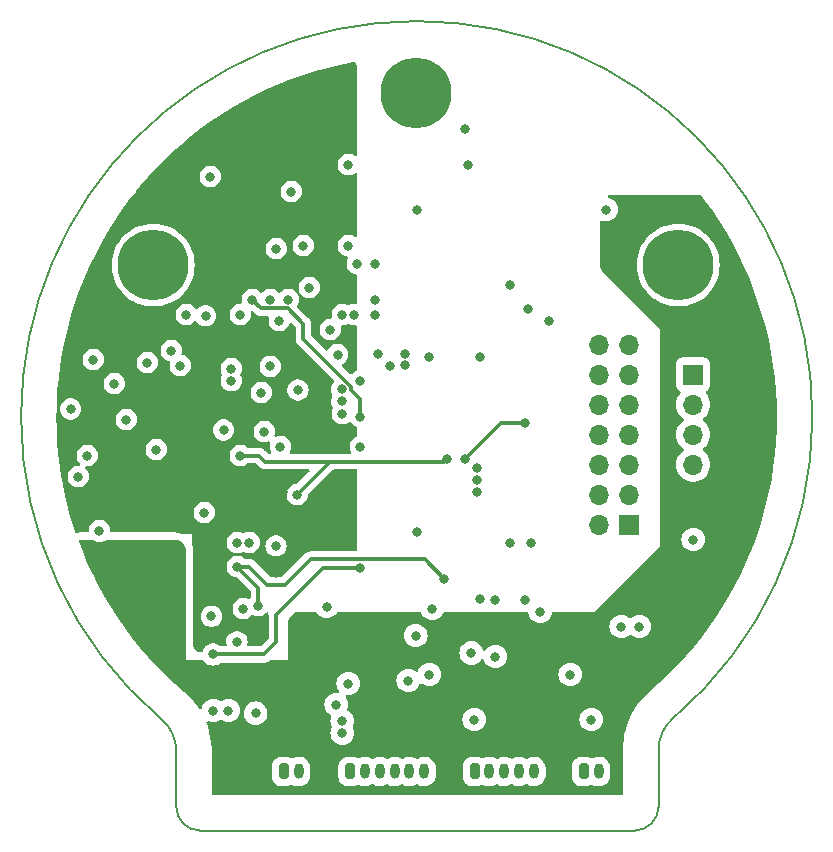
<source format=gbr>
%TF.GenerationSoftware,KiCad,Pcbnew,7.0.6*%
%TF.CreationDate,2024-03-18T21:13:23+03:00*%
%TF.ProjectId,_____ __________,1f3b3042-3020-4433-9f40-30323b353d38,rev?*%
%TF.SameCoordinates,Original*%
%TF.FileFunction,Copper,L2,Inr*%
%TF.FilePolarity,Positive*%
%FSLAX46Y46*%
G04 Gerber Fmt 4.6, Leading zero omitted, Abs format (unit mm)*
G04 Created by KiCad (PCBNEW 7.0.6) date 2024-03-18 21:13:23*
%MOMM*%
%LPD*%
G01*
G04 APERTURE LIST*
G04 Aperture macros list*
%AMRoundRect*
0 Rectangle with rounded corners*
0 $1 Rounding radius*
0 $2 $3 $4 $5 $6 $7 $8 $9 X,Y pos of 4 corners*
0 Add a 4 corners polygon primitive as box body*
4,1,4,$2,$3,$4,$5,$6,$7,$8,$9,$2,$3,0*
0 Add four circle primitives for the rounded corners*
1,1,$1+$1,$2,$3*
1,1,$1+$1,$4,$5*
1,1,$1+$1,$6,$7*
1,1,$1+$1,$8,$9*
0 Add four rect primitives between the rounded corners*
20,1,$1+$1,$2,$3,$4,$5,0*
20,1,$1+$1,$4,$5,$6,$7,0*
20,1,$1+$1,$6,$7,$8,$9,0*
20,1,$1+$1,$8,$9,$2,$3,0*%
G04 Aperture macros list end*
%TA.AperFunction,ComponentPad*%
%ADD10R,1.700000X1.700000*%
%TD*%
%TA.AperFunction,ComponentPad*%
%ADD11O,1.700000X1.700000*%
%TD*%
%TA.AperFunction,ComponentPad*%
%ADD12RoundRect,0.200000X-0.200000X-0.450000X0.200000X-0.450000X0.200000X0.450000X-0.200000X0.450000X0*%
%TD*%
%TA.AperFunction,ComponentPad*%
%ADD13O,0.800000X1.300000*%
%TD*%
%TA.AperFunction,ComponentPad*%
%ADD14C,6.000000*%
%TD*%
%TA.AperFunction,ViaPad*%
%ADD15C,0.800000*%
%TD*%
%TA.AperFunction,Conductor*%
%ADD16C,0.300000*%
%TD*%
%TA.AperFunction,Profile*%
%ADD17C,0.200000*%
%TD*%
G04 APERTURE END LIST*
D10*
%TO.N,GND*%
%TO.C,J10*%
X178054000Y-92202000D03*
D11*
%TO.N,SWCLK*%
X178054000Y-94742000D03*
%TO.N,SWDIO*%
X178054000Y-97282000D03*
%TO.N,Net-(D13-A)*%
X178054000Y-99822000D03*
%TD*%
D12*
%TO.N,CAN1L*%
%TO.C,J4*%
X168793000Y-125808000D03*
D13*
%TO.N,CAN1H*%
X170043000Y-125808000D03*
%TD*%
D14*
%TO.N,unconnected-(J3-Pin_1-Pad1)*%
%TO.C,J3*%
X132334000Y-82931000D03*
%TD*%
%TO.N,unconnected-(J1-Pin_1-Pad1)*%
%TO.C,J1*%
X176784000Y-82931000D03*
%TD*%
D12*
%TO.N,GND*%
%TO.C,J9*%
X149021000Y-125808000D03*
D13*
%TO.N,Digital_input2*%
X150271000Y-125808000D03*
%TO.N,Digital_input1*%
X151521000Y-125808000D03*
%TO.N,Analog_Input2*%
X152771000Y-125808000D03*
%TO.N,Analog_Input1*%
X154021000Y-125808000D03*
%TO.N,GNDA*%
X155271000Y-125808000D03*
%TD*%
D14*
%TO.N,unconnected-(J2-Pin_1-Pad1)*%
%TO.C,J2*%
X154559000Y-68326000D03*
%TD*%
D10*
%TO.N,+3.3V*%
%TO.C,J5*%
X172578000Y-104902000D03*
D11*
%TO.N,GND*%
X170038000Y-104902000D03*
%TO.N,Angle_Sensor_CS_MCU*%
X172578000Y-102362000D03*
%TO.N,Temp_Coil_C_MCU*%
X170038000Y-102362000D03*
%TO.N,Angle_Sensor_SCLK_MCU*%
X172578000Y-99822000D03*
%TO.N,Temp_Coil_B_MCU*%
X170038000Y-99822000D03*
%TO.N,Angle_Sensor_SDIO_MCU*%
X172578000Y-97282000D03*
%TO.N,Temp_Coil_A_MCU*%
X170038000Y-97282000D03*
%TO.N,OUT_MCU*%
X172578000Y-94742000D03*
%TO.N,Current_C_MCU*%
X170038000Y-94742000D03*
%TO.N,Current_B_MCU*%
X172578000Y-92202000D03*
%TO.N,Current_A_MCU*%
X170038000Y-92202000D03*
%TO.N,+3.3VA*%
X172578000Y-89662000D03*
%TO.N,GNDA*%
X170038000Y-89662000D03*
%TD*%
D12*
%TO.N,GND*%
%TO.C,J7*%
X159552000Y-125808000D03*
D13*
%TO.N,RS_485_Y*%
X160802000Y-125808000D03*
%TO.N,RS_485_Z*%
X162052000Y-125808000D03*
%TO.N,RS_485_B*%
X163302000Y-125808000D03*
%TO.N,RS_485_A*%
X164552000Y-125808000D03*
%TD*%
D12*
%TO.N,CAN2L*%
%TO.C,J6*%
X143393000Y-125808000D03*
D13*
%TO.N,CAN2H*%
X144643000Y-125808000D03*
%TD*%
D15*
%TO.N,GND*%
X138684000Y-120650000D03*
X151130000Y-82804000D03*
X136652000Y-103886000D03*
X148844000Y-118364000D03*
X138938000Y-91694000D03*
X173482000Y-113538000D03*
X125984000Y-100838000D03*
X159766000Y-102108000D03*
X161290000Y-116078000D03*
X142727561Y-106703516D03*
X148844000Y-81280000D03*
X133858000Y-90170000D03*
X137265023Y-112670977D03*
X143002000Y-87630000D03*
X141732000Y-97028000D03*
X159766000Y-101092000D03*
X148844000Y-74422000D03*
X154559000Y-114300000D03*
X165862000Y-87630000D03*
X162560000Y-84582000D03*
X138302647Y-96900646D03*
X142748000Y-81534000D03*
X127254000Y-90932000D03*
X160020000Y-90678000D03*
X147024477Y-111845477D03*
X132588000Y-98552000D03*
X169418000Y-121412000D03*
X159004000Y-74422000D03*
X147941673Y-90516500D03*
X164338000Y-106426000D03*
X159766000Y-100076000D03*
%TO.N,A*%
X139446000Y-108458000D03*
X156972000Y-109474000D03*
X141224000Y-111760000D03*
%TO.N,B*%
X144526000Y-102362000D03*
X139700000Y-99060000D03*
X157226000Y-99314000D03*
%TO.N,C*%
X137392023Y-115845977D03*
X149860000Y-108585000D03*
X147828000Y-120142000D03*
%TO.N,+24V*%
X170688000Y-82804000D03*
X159766000Y-113030000D03*
X130810000Y-106680000D03*
%TO.N,+12V*%
X141001682Y-120882379D03*
X134620000Y-102870000D03*
X148844000Y-71628000D03*
X148844000Y-70612000D03*
X136398000Y-115062000D03*
X142748000Y-108966000D03*
X158750000Y-71374000D03*
X148844000Y-69596000D03*
X143287454Y-102120500D03*
%TO.N,Enable*%
X138938000Y-92722500D03*
X140462000Y-106426000D03*
X141478000Y-93726000D03*
X139954000Y-112014000D03*
%TO.N,IN_A*%
X139446000Y-106426000D03*
%TO.N,IN_B*%
X143107023Y-98298000D03*
%TO.N,IN_C*%
X139424023Y-114829977D03*
%TO.N,+3.3V*%
X167640000Y-117602000D03*
X154686000Y-78232000D03*
X154686000Y-105537000D03*
X136764000Y-87234000D03*
X125349000Y-95123000D03*
X144018000Y-76708000D03*
X126746000Y-99060000D03*
X137414000Y-120650000D03*
X145542000Y-84836000D03*
X171958000Y-113538000D03*
X162560000Y-106426000D03*
X164084000Y-86614000D03*
X139700000Y-87122000D03*
X145034000Y-81280000D03*
X151130000Y-87122000D03*
X178054000Y-106172000D03*
X148336000Y-121539000D03*
X131826000Y-91186000D03*
%TO.N,NRST*%
X155689061Y-90708863D03*
%TO.N,Temp_Coil_C_MCU*%
X147320000Y-88392000D03*
%TO.N,Temp_Coil_B_MCU*%
X148336000Y-87122000D03*
%TO.N,Temp_Coil_A_MCU*%
X149352000Y-87122000D03*
%TO.N,Net-(R16-Pad2)*%
X134620000Y-91440000D03*
X148336000Y-122555000D03*
%TO.N,Current_C_MCU*%
X152400000Y-91440000D03*
%TO.N,Current_B_MCU*%
X153670000Y-91423503D03*
%TO.N,RS_485_RX_MCU*%
X161290000Y-111252000D03*
X163830000Y-111252000D03*
%TO.N,RS_485_Enable_MCU*%
X160032500Y-111207693D03*
X165100000Y-112268000D03*
%TO.N,Current_A_MCU*%
X153670000Y-90424000D03*
%TO.N,GNDA*%
X153924000Y-118110000D03*
X151384000Y-90424000D03*
X149606000Y-82804000D03*
%TO.N,+3.3VA*%
X159512000Y-121412000D03*
X159258500Y-115779546D03*
X151130000Y-85852000D03*
%TO.N,Temperature_Power_~{OS}_MCU*%
X143764000Y-85852000D03*
X149860000Y-92710000D03*
%TO.N,Temperature_Power_SCL_MCU*%
X140716000Y-85852000D03*
X149860000Y-95758000D03*
%TO.N,Temperature_Power_SDA_MCU*%
X149860000Y-98298000D03*
X142240000Y-85852000D03*
%TO.N,EEPROM_~{CS_MCU}*%
X142240000Y-91516500D03*
X129032000Y-92964000D03*
%TO.N,EEPROM_MOSI_MCU*%
X144581440Y-93516500D03*
X130048000Y-96012000D03*
%TO.N,Net-(U4-+)*%
X135128000Y-87122000D03*
%TO.N,Net-(D4-COM)*%
X155702000Y-117602000D03*
X148313669Y-94465669D03*
%TO.N,Net-(U10-+)*%
X127762000Y-105410000D03*
%TO.N,Net-(D7-K)*%
X170688000Y-78232000D03*
%TO.N,Net-(D8-K)*%
X137160000Y-75438000D03*
%TO.N,Net-(U7-PC4)*%
X158750000Y-99314000D03*
X163830000Y-96266000D03*
X148286582Y-93466536D03*
%TO.N,Net-(D14-COM)*%
X155956000Y-112014000D03*
X148336000Y-95504000D03*
%TD*%
D16*
%TO.N,A*%
X141224000Y-111760000D02*
X141224000Y-110236000D01*
X155333000Y-107835000D02*
X156972000Y-109474000D01*
X139446000Y-108458000D02*
X140462000Y-108458000D01*
X141986000Y-109982000D02*
X143510000Y-109982000D01*
X145657000Y-107835000D02*
X155333000Y-107835000D01*
X141224000Y-110236000D02*
X139446000Y-108458000D01*
X140462000Y-108458000D02*
X141986000Y-109982000D01*
X143510000Y-109982000D02*
X145657000Y-107835000D01*
%TO.N,B*%
X141795615Y-99568000D02*
X147320000Y-99568000D01*
X156972000Y-99568000D02*
X157226000Y-99314000D01*
X147320000Y-99568000D02*
X156972000Y-99568000D01*
X139700000Y-99060000D02*
X141287615Y-99060000D01*
X141287615Y-99060000D02*
X141795615Y-99568000D01*
X144526000Y-102362000D02*
X147320000Y-99568000D01*
%TO.N,C*%
X142748000Y-114808000D02*
X142748000Y-112522000D01*
X141710023Y-115845977D02*
X142748000Y-114808000D01*
X137392023Y-115845977D02*
X141710023Y-115845977D01*
X146685000Y-108585000D02*
X149860000Y-108585000D01*
X142748000Y-112522000D02*
X146685000Y-108585000D01*
%TO.N,Temperature_Power_SCL_MCU*%
X145034000Y-87884000D02*
X145034000Y-89154000D01*
X143752000Y-86602000D02*
X145034000Y-87884000D01*
X140716000Y-85852000D02*
X141466000Y-86602000D01*
X149110000Y-93528661D02*
X149860000Y-94278661D01*
X141466000Y-86602000D02*
X143752000Y-86602000D01*
X149110000Y-93230000D02*
X149110000Y-93528661D01*
X145034000Y-89154000D02*
X149110000Y-93230000D01*
X149860000Y-94278661D02*
X149860000Y-95758000D01*
%TO.N,Net-(U7-PC4)*%
X161798000Y-96266000D02*
X163830000Y-96266000D01*
X158750000Y-99314000D02*
X161798000Y-96266000D01*
%TD*%
%TA.AperFunction,Conductor*%
%TO.N,+24V*%
G36*
X178643386Y-76981685D02*
G01*
X178674272Y-77009930D01*
X179058370Y-77504377D01*
X179695185Y-78387491D01*
X180300074Y-79292771D01*
X180872266Y-80219065D01*
X181411032Y-81165192D01*
X181915686Y-82129945D01*
X182385583Y-83112096D01*
X182820126Y-84110393D01*
X183218760Y-85123563D01*
X183580978Y-86150316D01*
X183906318Y-87189344D01*
X184194365Y-88239321D01*
X184444753Y-89298911D01*
X184657162Y-90366762D01*
X184831321Y-91441515D01*
X184967009Y-92521798D01*
X185064053Y-93606237D01*
X185122329Y-94693448D01*
X185141762Y-95782045D01*
X185123473Y-96838100D01*
X185068629Y-97892889D01*
X184977295Y-98945146D01*
X184849581Y-99993610D01*
X184685640Y-101037024D01*
X184485670Y-102074135D01*
X184249908Y-103103700D01*
X183978640Y-104124484D01*
X183672189Y-105135264D01*
X183330923Y-106134826D01*
X182955252Y-107121973D01*
X182545625Y-108095520D01*
X182102535Y-109054300D01*
X181626513Y-109997163D01*
X181118129Y-110922978D01*
X180577993Y-111830635D01*
X180006754Y-112719045D01*
X179405095Y-113587143D01*
X178773739Y-114433889D01*
X178113443Y-115258265D01*
X177424999Y-116059284D01*
X176709232Y-116835986D01*
X175967000Y-117587438D01*
X175199195Y-118312739D01*
X174407814Y-119010067D01*
X174284114Y-119115322D01*
X174227911Y-119163145D01*
X173893402Y-119492205D01*
X173583484Y-119844520D01*
X173583484Y-119844521D01*
X173299774Y-120218247D01*
X173043732Y-120611464D01*
X172816705Y-121022103D01*
X172619861Y-121448051D01*
X172454234Y-121887071D01*
X172320682Y-122336892D01*
X172320682Y-122336893D01*
X172307239Y-122398024D01*
X172219902Y-122795166D01*
X172152415Y-123259513D01*
X172152414Y-123259523D01*
X172152414Y-123259522D01*
X172138598Y-123450586D01*
X172118574Y-123727516D01*
X172118573Y-123727523D01*
X172118574Y-123727523D01*
X172118573Y-123962129D01*
X172118566Y-124132246D01*
X172118573Y-124132491D01*
X172118573Y-127685500D01*
X172098888Y-127752539D01*
X172046084Y-127798294D01*
X171994573Y-127809500D01*
X137406119Y-127809500D01*
X137339080Y-127789815D01*
X137293325Y-127737011D01*
X137282119Y-127685500D01*
X137282119Y-126302960D01*
X142392500Y-126302960D01*
X142407630Y-126437249D01*
X142407631Y-126437254D01*
X142467211Y-126607523D01*
X142563184Y-126760262D01*
X142690738Y-126887816D01*
X142843478Y-126983789D01*
X142892833Y-127001059D01*
X143013745Y-127043368D01*
X143013750Y-127043369D01*
X143104246Y-127053565D01*
X143148040Y-127058499D01*
X143148043Y-127058500D01*
X143148046Y-127058500D01*
X143637957Y-127058500D01*
X143637958Y-127058499D01*
X143705104Y-127050933D01*
X143772249Y-127043369D01*
X143772252Y-127043368D01*
X143772255Y-127043368D01*
X143942522Y-126983789D01*
X144022534Y-126933513D01*
X144089769Y-126914513D01*
X144143109Y-126927178D01*
X144293729Y-127001060D01*
X144490715Y-127052063D01*
X144693936Y-127062369D01*
X144895071Y-127031556D01*
X145085887Y-126960886D01*
X145258571Y-126853252D01*
X145406053Y-126713059D01*
X145522295Y-126546049D01*
X145602540Y-126359058D01*
X145614068Y-126302960D01*
X148020500Y-126302960D01*
X148035630Y-126437249D01*
X148035631Y-126437254D01*
X148095211Y-126607523D01*
X148191183Y-126760261D01*
X148191184Y-126760262D01*
X148318738Y-126887816D01*
X148471478Y-126983789D01*
X148520833Y-127001059D01*
X148641745Y-127043368D01*
X148641750Y-127043369D01*
X148732246Y-127053565D01*
X148776040Y-127058499D01*
X148776043Y-127058500D01*
X148776046Y-127058500D01*
X149265957Y-127058500D01*
X149265958Y-127058499D01*
X149333104Y-127050933D01*
X149400249Y-127043369D01*
X149400252Y-127043368D01*
X149400255Y-127043368D01*
X149570522Y-126983789D01*
X149650534Y-126933513D01*
X149717769Y-126914513D01*
X149771109Y-126927178D01*
X149921729Y-127001060D01*
X150118715Y-127052063D01*
X150321936Y-127062369D01*
X150523071Y-127031556D01*
X150713887Y-126960886D01*
X150828445Y-126889481D01*
X150895749Y-126870726D01*
X150962510Y-126891335D01*
X150969927Y-126896652D01*
X150989042Y-126911448D01*
X151171729Y-127001060D01*
X151368715Y-127052063D01*
X151571936Y-127062369D01*
X151773071Y-127031556D01*
X151963887Y-126960886D01*
X152078445Y-126889481D01*
X152145749Y-126870726D01*
X152212510Y-126891335D01*
X152219927Y-126896652D01*
X152239042Y-126911448D01*
X152421729Y-127001060D01*
X152618715Y-127052063D01*
X152821936Y-127062369D01*
X153023071Y-127031556D01*
X153213887Y-126960886D01*
X153328445Y-126889481D01*
X153395749Y-126870726D01*
X153462510Y-126891335D01*
X153469927Y-126896652D01*
X153489042Y-126911448D01*
X153671729Y-127001060D01*
X153868715Y-127052063D01*
X154071936Y-127062369D01*
X154273071Y-127031556D01*
X154463887Y-126960886D01*
X154578445Y-126889481D01*
X154645749Y-126870726D01*
X154712510Y-126891335D01*
X154719927Y-126896652D01*
X154739042Y-126911448D01*
X154921729Y-127001060D01*
X155118715Y-127052063D01*
X155321936Y-127062369D01*
X155523071Y-127031556D01*
X155713887Y-126960886D01*
X155886571Y-126853252D01*
X156034053Y-126713059D01*
X156150295Y-126546049D01*
X156230540Y-126359058D01*
X156242068Y-126302960D01*
X158551500Y-126302960D01*
X158566630Y-126437249D01*
X158566631Y-126437254D01*
X158626211Y-126607523D01*
X158722183Y-126760262D01*
X158722184Y-126760262D01*
X158849738Y-126887816D01*
X159002478Y-126983789D01*
X159051833Y-127001059D01*
X159172745Y-127043368D01*
X159172750Y-127043369D01*
X159263246Y-127053565D01*
X159307040Y-127058499D01*
X159307043Y-127058500D01*
X159307046Y-127058500D01*
X159796957Y-127058500D01*
X159796958Y-127058499D01*
X159864104Y-127050933D01*
X159931249Y-127043369D01*
X159931252Y-127043368D01*
X159931255Y-127043368D01*
X160101522Y-126983789D01*
X160181534Y-126933513D01*
X160248769Y-126914513D01*
X160302109Y-126927178D01*
X160452729Y-127001060D01*
X160649715Y-127052063D01*
X160852936Y-127062369D01*
X161054071Y-127031556D01*
X161244887Y-126960886D01*
X161359445Y-126889481D01*
X161426749Y-126870726D01*
X161493510Y-126891335D01*
X161500927Y-126896652D01*
X161520042Y-126911448D01*
X161702729Y-127001060D01*
X161899715Y-127052063D01*
X162102936Y-127062369D01*
X162304071Y-127031556D01*
X162494887Y-126960886D01*
X162609445Y-126889481D01*
X162676749Y-126870726D01*
X162743510Y-126891335D01*
X162750927Y-126896652D01*
X162770042Y-126911448D01*
X162952729Y-127001060D01*
X163149715Y-127052063D01*
X163352936Y-127062369D01*
X163554071Y-127031556D01*
X163744887Y-126960886D01*
X163859445Y-126889481D01*
X163926749Y-126870726D01*
X163993510Y-126891335D01*
X164000927Y-126896652D01*
X164020042Y-126911448D01*
X164202729Y-127001060D01*
X164399715Y-127052063D01*
X164602936Y-127062369D01*
X164804071Y-127031556D01*
X164994887Y-126960886D01*
X165167571Y-126853252D01*
X165315053Y-126713059D01*
X165431295Y-126546049D01*
X165511540Y-126359058D01*
X165523068Y-126302960D01*
X167792500Y-126302960D01*
X167807630Y-126437249D01*
X167807631Y-126437254D01*
X167867211Y-126607523D01*
X167963184Y-126760262D01*
X168090738Y-126887816D01*
X168243478Y-126983789D01*
X168292833Y-127001059D01*
X168413745Y-127043368D01*
X168413750Y-127043369D01*
X168504246Y-127053565D01*
X168548040Y-127058499D01*
X168548043Y-127058500D01*
X168548046Y-127058500D01*
X169037957Y-127058500D01*
X169037958Y-127058499D01*
X169105104Y-127050933D01*
X169172249Y-127043369D01*
X169172252Y-127043368D01*
X169172255Y-127043368D01*
X169342522Y-126983789D01*
X169422534Y-126933513D01*
X169489769Y-126914513D01*
X169543109Y-126927178D01*
X169693729Y-127001060D01*
X169890715Y-127052063D01*
X170093936Y-127062369D01*
X170295071Y-127031556D01*
X170485887Y-126960886D01*
X170658571Y-126853252D01*
X170806053Y-126713059D01*
X170922295Y-126546049D01*
X171002540Y-126359058D01*
X171043500Y-126159741D01*
X171043500Y-125507258D01*
X171028074Y-125355562D01*
X171028074Y-125355560D01*
X170967162Y-125161420D01*
X170967160Y-125161416D01*
X170967159Y-125161412D01*
X170868409Y-124983498D01*
X170868408Y-124983497D01*
X170868407Y-124983495D01*
X170735867Y-124829106D01*
X170735865Y-124829104D01*
X170574962Y-124704554D01*
X170574959Y-124704553D01*
X170574958Y-124704552D01*
X170392271Y-124614940D01*
X170195285Y-124563937D01*
X170195287Y-124563937D01*
X170059804Y-124557066D01*
X169992064Y-124553631D01*
X169992063Y-124553631D01*
X169992061Y-124553631D01*
X169790936Y-124584442D01*
X169790924Y-124584445D01*
X169600115Y-124655113D01*
X169600109Y-124655115D01*
X169554952Y-124683262D01*
X169487647Y-124702017D01*
X169423390Y-124683023D01*
X169342522Y-124632211D01*
X169342518Y-124632209D01*
X169172262Y-124572633D01*
X169172249Y-124572630D01*
X169037960Y-124557500D01*
X169037954Y-124557500D01*
X168548046Y-124557500D01*
X168548039Y-124557500D01*
X168413750Y-124572630D01*
X168413745Y-124572631D01*
X168243476Y-124632211D01*
X168090737Y-124728184D01*
X167963184Y-124855737D01*
X167867211Y-125008476D01*
X167807631Y-125178745D01*
X167807630Y-125178750D01*
X167792500Y-125313039D01*
X167792500Y-126302960D01*
X165523068Y-126302960D01*
X165552500Y-126159741D01*
X165552500Y-125507258D01*
X165537074Y-125355562D01*
X165537074Y-125355560D01*
X165476162Y-125161420D01*
X165476160Y-125161416D01*
X165476159Y-125161412D01*
X165377409Y-124983498D01*
X165377408Y-124983497D01*
X165377407Y-124983495D01*
X165244867Y-124829106D01*
X165244865Y-124829104D01*
X165083962Y-124704554D01*
X165083959Y-124704553D01*
X165083958Y-124704552D01*
X164901271Y-124614940D01*
X164704285Y-124563937D01*
X164704287Y-124563937D01*
X164568804Y-124557066D01*
X164501064Y-124553631D01*
X164501063Y-124553631D01*
X164501061Y-124553631D01*
X164299936Y-124584442D01*
X164299924Y-124584445D01*
X164109118Y-124655111D01*
X164109111Y-124655115D01*
X163994556Y-124726517D01*
X163927250Y-124745273D01*
X163860489Y-124724663D01*
X163853065Y-124719342D01*
X163833958Y-124704552D01*
X163733171Y-124655114D01*
X163651271Y-124614940D01*
X163651270Y-124614940D01*
X163454285Y-124563937D01*
X163454287Y-124563937D01*
X163318804Y-124557066D01*
X163251064Y-124553631D01*
X163251063Y-124553631D01*
X163251061Y-124553631D01*
X163049936Y-124584442D01*
X163049924Y-124584445D01*
X162859118Y-124655111D01*
X162859111Y-124655115D01*
X162744556Y-124726517D01*
X162677250Y-124745273D01*
X162610489Y-124724663D01*
X162603065Y-124719342D01*
X162583958Y-124704552D01*
X162483171Y-124655114D01*
X162401271Y-124614940D01*
X162204285Y-124563937D01*
X162204287Y-124563937D01*
X162068804Y-124557066D01*
X162001064Y-124553631D01*
X162001063Y-124553631D01*
X162001061Y-124553631D01*
X161799936Y-124584442D01*
X161799924Y-124584445D01*
X161609118Y-124655111D01*
X161609111Y-124655115D01*
X161494556Y-124726517D01*
X161427250Y-124745273D01*
X161360489Y-124724663D01*
X161353065Y-124719342D01*
X161333958Y-124704552D01*
X161233171Y-124655114D01*
X161151271Y-124614940D01*
X160954285Y-124563937D01*
X160954287Y-124563937D01*
X160818804Y-124557066D01*
X160751064Y-124553631D01*
X160751063Y-124553631D01*
X160751061Y-124553631D01*
X160549936Y-124584442D01*
X160549924Y-124584445D01*
X160359115Y-124655113D01*
X160359109Y-124655115D01*
X160313952Y-124683262D01*
X160246647Y-124702017D01*
X160182390Y-124683023D01*
X160101522Y-124632211D01*
X160101518Y-124632209D01*
X159931262Y-124572633D01*
X159931249Y-124572630D01*
X159796960Y-124557500D01*
X159796954Y-124557500D01*
X159307046Y-124557500D01*
X159307039Y-124557500D01*
X159172750Y-124572630D01*
X159172745Y-124572631D01*
X159002476Y-124632211D01*
X158849737Y-124728184D01*
X158722184Y-124855737D01*
X158626211Y-125008476D01*
X158566631Y-125178745D01*
X158566630Y-125178750D01*
X158551500Y-125313039D01*
X158551500Y-126302960D01*
X156242068Y-126302960D01*
X156271500Y-126159741D01*
X156271500Y-125507258D01*
X156256074Y-125355562D01*
X156256074Y-125355560D01*
X156195162Y-125161420D01*
X156195160Y-125161416D01*
X156195159Y-125161412D01*
X156096409Y-124983498D01*
X156096408Y-124983497D01*
X156096407Y-124983495D01*
X155963867Y-124829106D01*
X155963865Y-124829104D01*
X155802962Y-124704554D01*
X155802959Y-124704553D01*
X155802958Y-124704552D01*
X155620271Y-124614940D01*
X155423285Y-124563937D01*
X155423287Y-124563937D01*
X155287804Y-124557066D01*
X155220064Y-124553631D01*
X155220063Y-124553631D01*
X155220061Y-124553631D01*
X155018936Y-124584442D01*
X155018924Y-124584445D01*
X154828118Y-124655111D01*
X154828111Y-124655115D01*
X154713556Y-124726517D01*
X154646250Y-124745273D01*
X154579489Y-124724663D01*
X154572065Y-124719342D01*
X154552958Y-124704552D01*
X154452171Y-124655114D01*
X154370271Y-124614940D01*
X154370270Y-124614940D01*
X154173285Y-124563937D01*
X154173287Y-124563937D01*
X154037804Y-124557066D01*
X153970064Y-124553631D01*
X153970063Y-124553631D01*
X153970061Y-124553631D01*
X153768936Y-124584442D01*
X153768924Y-124584445D01*
X153578118Y-124655111D01*
X153578111Y-124655115D01*
X153463556Y-124726517D01*
X153396250Y-124745273D01*
X153329489Y-124724663D01*
X153322065Y-124719342D01*
X153302958Y-124704552D01*
X153202171Y-124655114D01*
X153120271Y-124614940D01*
X153120270Y-124614940D01*
X152923285Y-124563937D01*
X152923287Y-124563937D01*
X152787804Y-124557066D01*
X152720064Y-124553631D01*
X152720063Y-124553631D01*
X152720061Y-124553631D01*
X152518936Y-124584442D01*
X152518924Y-124584445D01*
X152328118Y-124655111D01*
X152328111Y-124655115D01*
X152213556Y-124726517D01*
X152146250Y-124745273D01*
X152079489Y-124724663D01*
X152072065Y-124719342D01*
X152052958Y-124704552D01*
X151952171Y-124655114D01*
X151870271Y-124614940D01*
X151870270Y-124614940D01*
X151673285Y-124563937D01*
X151673287Y-124563937D01*
X151537804Y-124557066D01*
X151470064Y-124553631D01*
X151470063Y-124553631D01*
X151470061Y-124553631D01*
X151268936Y-124584442D01*
X151268924Y-124584445D01*
X151078118Y-124655111D01*
X151078111Y-124655115D01*
X150963556Y-124726517D01*
X150896250Y-124745273D01*
X150829489Y-124724663D01*
X150822065Y-124719342D01*
X150802958Y-124704552D01*
X150702171Y-124655114D01*
X150620271Y-124614940D01*
X150423285Y-124563937D01*
X150423287Y-124563937D01*
X150287804Y-124557066D01*
X150220064Y-124553631D01*
X150220063Y-124553631D01*
X150220061Y-124553631D01*
X150018936Y-124584442D01*
X150018924Y-124584445D01*
X149828115Y-124655113D01*
X149828109Y-124655115D01*
X149782952Y-124683262D01*
X149715647Y-124702017D01*
X149651390Y-124683023D01*
X149570522Y-124632211D01*
X149570518Y-124632209D01*
X149400262Y-124572633D01*
X149400249Y-124572630D01*
X149265960Y-124557500D01*
X149265954Y-124557500D01*
X148776046Y-124557500D01*
X148776039Y-124557500D01*
X148641750Y-124572630D01*
X148641745Y-124572631D01*
X148471476Y-124632211D01*
X148318737Y-124728184D01*
X148191184Y-124855737D01*
X148095211Y-125008476D01*
X148035631Y-125178745D01*
X148035630Y-125178750D01*
X148020500Y-125313039D01*
X148020500Y-126302960D01*
X145614068Y-126302960D01*
X145643500Y-126159741D01*
X145643500Y-125507258D01*
X145628074Y-125355562D01*
X145628074Y-125355560D01*
X145567162Y-125161420D01*
X145567160Y-125161416D01*
X145567159Y-125161412D01*
X145468409Y-124983498D01*
X145468408Y-124983497D01*
X145468407Y-124983495D01*
X145335867Y-124829106D01*
X145335865Y-124829104D01*
X145174962Y-124704554D01*
X145174959Y-124704553D01*
X145174958Y-124704552D01*
X144992271Y-124614940D01*
X144795285Y-124563937D01*
X144795287Y-124563937D01*
X144659804Y-124557066D01*
X144592064Y-124553631D01*
X144592063Y-124553631D01*
X144592061Y-124553631D01*
X144390936Y-124584442D01*
X144390924Y-124584445D01*
X144200115Y-124655113D01*
X144200109Y-124655115D01*
X144154952Y-124683262D01*
X144087647Y-124702017D01*
X144023390Y-124683023D01*
X143942522Y-124632211D01*
X143942518Y-124632209D01*
X143772262Y-124572633D01*
X143772249Y-124572630D01*
X143637960Y-124557500D01*
X143637954Y-124557500D01*
X143148046Y-124557500D01*
X143148039Y-124557500D01*
X143013750Y-124572630D01*
X143013745Y-124572631D01*
X142843476Y-124632211D01*
X142690737Y-124728184D01*
X142563184Y-124855737D01*
X142467211Y-125008476D01*
X142407631Y-125178745D01*
X142407630Y-125178750D01*
X142392500Y-125313039D01*
X142392500Y-126302960D01*
X137282119Y-126302960D01*
X137282119Y-123977133D01*
X137282119Y-123977042D01*
X137282112Y-123976938D01*
X137282101Y-123976575D01*
X137282154Y-123829975D01*
X137248236Y-123359631D01*
X137180358Y-122892977D01*
X137078875Y-122432461D01*
X136944320Y-121980501D01*
X136849136Y-121729010D01*
X136843817Y-121659346D01*
X136877006Y-121597862D01*
X136938167Y-121564082D01*
X137007882Y-121568731D01*
X137023562Y-121575762D01*
X137029267Y-121578811D01*
X137029273Y-121578814D01*
X137217868Y-121636024D01*
X137414000Y-121655341D01*
X137610132Y-121636024D01*
X137798727Y-121578814D01*
X137972538Y-121485910D01*
X137972544Y-121485904D01*
X137977607Y-121482523D01*
X137978703Y-121484164D01*
X138034639Y-121460405D01*
X138103507Y-121472194D01*
X138120148Y-121482888D01*
X138120393Y-121482523D01*
X138125458Y-121485907D01*
X138125462Y-121485910D01*
X138299273Y-121578814D01*
X138487868Y-121636024D01*
X138684000Y-121655341D01*
X138880132Y-121636024D01*
X139068727Y-121578814D01*
X139242538Y-121485910D01*
X139394883Y-121360883D01*
X139519910Y-121208538D01*
X139612814Y-121034727D01*
X139659029Y-120882379D01*
X139996341Y-120882379D01*
X140015657Y-121078508D01*
X140015658Y-121078511D01*
X140055101Y-121208538D01*
X140072870Y-121267112D01*
X140165768Y-121440911D01*
X140165772Y-121440918D01*
X140290798Y-121593262D01*
X140443142Y-121718288D01*
X140443149Y-121718292D01*
X140616948Y-121811190D01*
X140616951Y-121811190D01*
X140616955Y-121811193D01*
X140805550Y-121868403D01*
X141001682Y-121887720D01*
X141197814Y-121868403D01*
X141386409Y-121811193D01*
X141560220Y-121718289D01*
X141712565Y-121593262D01*
X141837592Y-121440917D01*
X141930496Y-121267106D01*
X141987706Y-121078511D01*
X142007023Y-120882379D01*
X141987706Y-120686247D01*
X141930496Y-120497652D01*
X141930493Y-120497648D01*
X141930493Y-120497645D01*
X141837595Y-120323846D01*
X141837591Y-120323839D01*
X141712565Y-120171495D01*
X141676625Y-120142000D01*
X146822659Y-120142000D01*
X146841975Y-120338129D01*
X146841976Y-120338132D01*
X146893266Y-120507213D01*
X146899188Y-120526733D01*
X146992086Y-120700532D01*
X146992090Y-120700539D01*
X147117116Y-120852883D01*
X147269460Y-120977909D01*
X147269463Y-120977911D01*
X147344256Y-121017888D01*
X147394101Y-121066850D01*
X147409562Y-121134988D01*
X147404465Y-121163242D01*
X147349975Y-121342869D01*
X147330659Y-121539000D01*
X147349975Y-121735129D01*
X147349976Y-121735132D01*
X147407186Y-121923727D01*
X147432207Y-121970538D01*
X147441833Y-121988548D01*
X147456074Y-122056951D01*
X147441833Y-122105452D01*
X147407187Y-122170271D01*
X147349975Y-122358870D01*
X147330659Y-122555000D01*
X147349975Y-122751129D01*
X147349976Y-122751132D01*
X147393004Y-122892977D01*
X147407188Y-122939733D01*
X147500086Y-123113532D01*
X147500090Y-123113539D01*
X147625116Y-123265883D01*
X147777460Y-123390909D01*
X147777467Y-123390913D01*
X147951266Y-123483811D01*
X147951269Y-123483811D01*
X147951273Y-123483814D01*
X148139868Y-123541024D01*
X148336000Y-123560341D01*
X148532132Y-123541024D01*
X148720727Y-123483814D01*
X148894538Y-123390910D01*
X149046883Y-123265883D01*
X149171910Y-123113538D01*
X149264814Y-122939727D01*
X149322024Y-122751132D01*
X149341341Y-122555000D01*
X149322024Y-122358868D01*
X149264814Y-122170273D01*
X149230166Y-122105452D01*
X149215925Y-122037051D01*
X149230167Y-121988546D01*
X149234468Y-121980501D01*
X149264814Y-121923727D01*
X149322024Y-121735132D01*
X149341341Y-121539000D01*
X149328833Y-121412000D01*
X158506659Y-121412000D01*
X158525975Y-121608129D01*
X158583188Y-121796733D01*
X158676086Y-121970532D01*
X158676090Y-121970539D01*
X158801116Y-122122883D01*
X158953460Y-122247909D01*
X158953467Y-122247913D01*
X159127266Y-122340811D01*
X159127269Y-122340811D01*
X159127273Y-122340814D01*
X159315868Y-122398024D01*
X159512000Y-122417341D01*
X159708132Y-122398024D01*
X159896727Y-122340814D01*
X159904067Y-122336891D01*
X160070532Y-122247913D01*
X160070538Y-122247910D01*
X160222883Y-122122883D01*
X160347910Y-121970538D01*
X160433082Y-121811193D01*
X160440811Y-121796733D01*
X160440811Y-121796732D01*
X160440814Y-121796727D01*
X160498024Y-121608132D01*
X160517341Y-121412000D01*
X168412659Y-121412000D01*
X168431975Y-121608129D01*
X168489188Y-121796733D01*
X168582086Y-121970532D01*
X168582090Y-121970539D01*
X168707116Y-122122883D01*
X168859460Y-122247909D01*
X168859467Y-122247913D01*
X169033266Y-122340811D01*
X169033269Y-122340811D01*
X169033273Y-122340814D01*
X169221868Y-122398024D01*
X169418000Y-122417341D01*
X169614132Y-122398024D01*
X169802727Y-122340814D01*
X169810067Y-122336891D01*
X169976532Y-122247913D01*
X169976538Y-122247910D01*
X170128883Y-122122883D01*
X170253910Y-121970538D01*
X170339082Y-121811193D01*
X170346811Y-121796733D01*
X170346811Y-121796732D01*
X170346814Y-121796727D01*
X170404024Y-121608132D01*
X170423341Y-121412000D01*
X170404024Y-121215868D01*
X170346814Y-121027273D01*
X170346811Y-121027269D01*
X170346811Y-121027266D01*
X170253913Y-120853467D01*
X170253909Y-120853460D01*
X170128883Y-120701116D01*
X169976539Y-120576090D01*
X169976532Y-120576086D01*
X169802733Y-120483188D01*
X169802727Y-120483186D01*
X169614132Y-120425976D01*
X169614129Y-120425975D01*
X169418000Y-120406659D01*
X169221870Y-120425975D01*
X169033266Y-120483188D01*
X168859467Y-120576086D01*
X168859460Y-120576090D01*
X168707116Y-120701116D01*
X168582090Y-120853460D01*
X168582086Y-120853467D01*
X168489188Y-121027266D01*
X168431975Y-121215870D01*
X168412659Y-121412000D01*
X160517341Y-121412000D01*
X160498024Y-121215868D01*
X160440814Y-121027273D01*
X160440811Y-121027269D01*
X160440811Y-121027266D01*
X160347913Y-120853467D01*
X160347909Y-120853460D01*
X160222883Y-120701116D01*
X160070539Y-120576090D01*
X160070532Y-120576086D01*
X159896733Y-120483188D01*
X159896727Y-120483186D01*
X159708132Y-120425976D01*
X159708129Y-120425975D01*
X159512000Y-120406659D01*
X159315870Y-120425975D01*
X159127266Y-120483188D01*
X158953467Y-120576086D01*
X158953460Y-120576090D01*
X158801116Y-120701116D01*
X158676090Y-120853460D01*
X158676086Y-120853467D01*
X158583188Y-121027266D01*
X158525975Y-121215870D01*
X158506659Y-121412000D01*
X149328833Y-121412000D01*
X149322024Y-121342868D01*
X149264814Y-121154273D01*
X149264811Y-121154269D01*
X149264811Y-121154266D01*
X149171913Y-120980467D01*
X149171909Y-120980460D01*
X149046883Y-120828116D01*
X148894539Y-120703090D01*
X148894532Y-120703086D01*
X148819742Y-120663110D01*
X148769898Y-120614148D01*
X148754437Y-120546010D01*
X148759535Y-120517756D01*
X148814024Y-120338132D01*
X148833341Y-120142000D01*
X148814024Y-119945868D01*
X148756814Y-119757273D01*
X148756811Y-119757269D01*
X148756811Y-119757266D01*
X148663913Y-119583467D01*
X148663911Y-119583465D01*
X148663910Y-119583462D01*
X148657363Y-119575484D01*
X148646810Y-119562625D01*
X148619497Y-119498315D01*
X148631288Y-119429447D01*
X148678440Y-119377887D01*
X148745983Y-119360004D01*
X148754806Y-119360556D01*
X148844000Y-119369341D01*
X149040132Y-119350024D01*
X149228727Y-119292814D01*
X149402538Y-119199910D01*
X149554883Y-119074883D01*
X149679910Y-118922538D01*
X149772814Y-118748727D01*
X149830024Y-118560132D01*
X149849341Y-118364000D01*
X149830024Y-118167868D01*
X149812470Y-118110000D01*
X152918659Y-118110000D01*
X152937975Y-118306129D01*
X152995188Y-118494733D01*
X153088086Y-118668532D01*
X153088090Y-118668539D01*
X153213116Y-118820883D01*
X153365460Y-118945909D01*
X153365467Y-118945913D01*
X153539266Y-119038811D01*
X153539269Y-119038811D01*
X153539273Y-119038814D01*
X153727868Y-119096024D01*
X153924000Y-119115341D01*
X154120132Y-119096024D01*
X154308727Y-119038814D01*
X154375467Y-119003141D01*
X154482532Y-118945913D01*
X154482538Y-118945910D01*
X154634883Y-118820883D01*
X154759910Y-118668538D01*
X154852814Y-118494727D01*
X154870677Y-118435838D01*
X154908973Y-118377402D01*
X154972785Y-118348945D01*
X155041852Y-118359504D01*
X155068002Y-118375982D01*
X155143460Y-118437909D01*
X155143467Y-118437913D01*
X155317266Y-118530811D01*
X155317269Y-118530811D01*
X155317273Y-118530814D01*
X155505868Y-118588024D01*
X155702000Y-118607341D01*
X155898132Y-118588024D01*
X156086727Y-118530814D01*
X156260538Y-118437910D01*
X156412883Y-118312883D01*
X156537910Y-118160538D01*
X156630814Y-117986727D01*
X156688024Y-117798132D01*
X156707341Y-117602000D01*
X166634659Y-117602000D01*
X166653975Y-117798129D01*
X166711188Y-117986733D01*
X166804086Y-118160532D01*
X166804090Y-118160539D01*
X166929116Y-118312883D01*
X167081460Y-118437909D01*
X167081467Y-118437913D01*
X167255266Y-118530811D01*
X167255269Y-118530811D01*
X167255273Y-118530814D01*
X167443868Y-118588024D01*
X167640000Y-118607341D01*
X167836132Y-118588024D01*
X168024727Y-118530814D01*
X168198538Y-118437910D01*
X168350883Y-118312883D01*
X168475910Y-118160538D01*
X168568814Y-117986727D01*
X168626024Y-117798132D01*
X168645341Y-117602000D01*
X168626024Y-117405868D01*
X168568814Y-117217273D01*
X168568811Y-117217269D01*
X168568811Y-117217266D01*
X168475913Y-117043467D01*
X168475909Y-117043460D01*
X168350883Y-116891116D01*
X168198539Y-116766090D01*
X168198532Y-116766086D01*
X168024733Y-116673188D01*
X168024727Y-116673186D01*
X167898996Y-116635045D01*
X167836129Y-116615975D01*
X167640000Y-116596659D01*
X167443870Y-116615975D01*
X167255266Y-116673188D01*
X167081467Y-116766086D01*
X167081460Y-116766090D01*
X166929116Y-116891116D01*
X166804090Y-117043460D01*
X166804086Y-117043467D01*
X166711188Y-117217266D01*
X166653975Y-117405870D01*
X166634659Y-117602000D01*
X156707341Y-117602000D01*
X156688024Y-117405868D01*
X156630814Y-117217273D01*
X156630811Y-117217269D01*
X156630811Y-117217266D01*
X156537913Y-117043467D01*
X156537909Y-117043460D01*
X156412883Y-116891116D01*
X156260539Y-116766090D01*
X156260532Y-116766086D01*
X156086733Y-116673188D01*
X156086727Y-116673186D01*
X155960997Y-116635045D01*
X155898129Y-116615975D01*
X155702000Y-116596659D01*
X155505870Y-116615975D01*
X155317266Y-116673188D01*
X155143467Y-116766086D01*
X155143460Y-116766090D01*
X154991116Y-116891116D01*
X154866090Y-117043460D01*
X154866086Y-117043467D01*
X154773186Y-117217271D01*
X154755322Y-117276160D01*
X154717024Y-117334599D01*
X154653212Y-117363055D01*
X154584145Y-117352494D01*
X154557997Y-117336017D01*
X154482539Y-117274091D01*
X154482532Y-117274086D01*
X154308733Y-117181188D01*
X154308727Y-117181186D01*
X154120132Y-117123976D01*
X154120129Y-117123975D01*
X153924000Y-117104659D01*
X153727870Y-117123975D01*
X153539266Y-117181188D01*
X153365467Y-117274086D01*
X153365460Y-117274090D01*
X153213116Y-117399116D01*
X153088090Y-117551460D01*
X153088086Y-117551467D01*
X152995188Y-117725266D01*
X152937975Y-117913870D01*
X152918659Y-118110000D01*
X149812470Y-118110000D01*
X149772814Y-117979273D01*
X149772811Y-117979269D01*
X149772811Y-117979266D01*
X149679913Y-117805467D01*
X149679909Y-117805460D01*
X149554883Y-117653116D01*
X149402539Y-117528090D01*
X149402532Y-117528086D01*
X149228733Y-117435188D01*
X149228727Y-117435186D01*
X149040132Y-117377976D01*
X149040129Y-117377975D01*
X148844000Y-117358659D01*
X148647870Y-117377975D01*
X148459266Y-117435188D01*
X148285467Y-117528086D01*
X148285460Y-117528090D01*
X148133116Y-117653116D01*
X148008090Y-117805460D01*
X148008086Y-117805467D01*
X147915188Y-117979266D01*
X147857975Y-118167870D01*
X147838659Y-118364000D01*
X147857975Y-118560129D01*
X147915188Y-118748733D01*
X148008086Y-118922532D01*
X148008090Y-118922538D01*
X148025190Y-118943375D01*
X148052502Y-119007685D01*
X148040711Y-119076552D01*
X147993558Y-119128112D01*
X147926016Y-119145995D01*
X147917183Y-119145442D01*
X147828001Y-119136659D01*
X147828000Y-119136659D01*
X147631870Y-119155975D01*
X147443266Y-119213188D01*
X147269467Y-119306086D01*
X147269460Y-119306090D01*
X147117116Y-119431116D01*
X146992090Y-119583460D01*
X146992086Y-119583467D01*
X146899188Y-119757266D01*
X146841975Y-119945870D01*
X146822659Y-120142000D01*
X141676625Y-120142000D01*
X141560221Y-120046469D01*
X141560214Y-120046465D01*
X141386415Y-119953567D01*
X141386409Y-119953565D01*
X141197814Y-119896355D01*
X141197811Y-119896354D01*
X141001682Y-119877038D01*
X140805552Y-119896354D01*
X140616948Y-119953567D01*
X140443149Y-120046465D01*
X140443142Y-120046469D01*
X140290798Y-120171495D01*
X140165772Y-120323839D01*
X140165768Y-120323846D01*
X140072870Y-120497645D01*
X140015657Y-120686249D01*
X139996341Y-120882379D01*
X139659029Y-120882379D01*
X139670024Y-120846132D01*
X139689341Y-120650000D01*
X139670024Y-120453868D01*
X139612814Y-120265273D01*
X139612811Y-120265269D01*
X139612811Y-120265266D01*
X139519913Y-120091467D01*
X139519909Y-120091460D01*
X139394883Y-119939116D01*
X139242539Y-119814090D01*
X139242532Y-119814086D01*
X139068733Y-119721188D01*
X139068727Y-119721186D01*
X138880132Y-119663976D01*
X138880129Y-119663975D01*
X138684000Y-119644659D01*
X138487870Y-119663975D01*
X138299266Y-119721188D01*
X138125467Y-119814086D01*
X138120399Y-119817473D01*
X138119305Y-119815836D01*
X138063337Y-119839596D01*
X137994471Y-119827795D01*
X137977843Y-119817109D01*
X137977601Y-119817473D01*
X137972532Y-119814086D01*
X137798733Y-119721188D01*
X137798727Y-119721186D01*
X137610132Y-119663976D01*
X137610129Y-119663975D01*
X137414000Y-119644659D01*
X137217870Y-119663975D01*
X137029266Y-119721188D01*
X136855467Y-119814086D01*
X136855460Y-119814090D01*
X136703116Y-119939116D01*
X136578090Y-120091460D01*
X136578086Y-120091467D01*
X136485186Y-120265271D01*
X136429520Y-120448775D01*
X136391223Y-120507213D01*
X136327410Y-120535670D01*
X136258343Y-120525109D01*
X136207084Y-120480651D01*
X136092019Y-120304712D01*
X135806017Y-119929777D01*
X135806014Y-119929773D01*
X135806015Y-119929774D01*
X135493625Y-119576532D01*
X135156475Y-119246824D01*
X135156474Y-119246823D01*
X135106689Y-119204727D01*
X135104144Y-119202453D01*
X135103066Y-119201434D01*
X135078427Y-119180646D01*
X134975295Y-119093630D01*
X134975001Y-119093382D01*
X134974203Y-119092704D01*
X134175181Y-118394389D01*
X133400863Y-117668628D01*
X132652264Y-116916367D01*
X131930290Y-116138516D01*
X131802470Y-115990814D01*
X131235816Y-115336018D01*
X130569681Y-114509844D01*
X129932694Y-113660995D01*
X129325625Y-112790498D01*
X128749208Y-111899408D01*
X128204143Y-110988803D01*
X127691089Y-110059786D01*
X127210667Y-109113481D01*
X127158462Y-109001129D01*
X126763458Y-108151034D01*
X126350005Y-107173613D01*
X126031217Y-106340306D01*
X126025648Y-106270658D01*
X126058618Y-106209057D01*
X126119658Y-106175059D01*
X126147031Y-106172000D01*
X127069035Y-106172000D01*
X127136074Y-106191685D01*
X127147700Y-106200147D01*
X127203460Y-106245909D01*
X127203467Y-106245913D01*
X127377266Y-106338811D01*
X127377269Y-106338811D01*
X127377273Y-106338814D01*
X127565868Y-106396024D01*
X127762000Y-106415341D01*
X127958132Y-106396024D01*
X128146727Y-106338814D01*
X128150039Y-106337044D01*
X128274238Y-106270658D01*
X128320538Y-106245910D01*
X128376300Y-106200146D01*
X128440609Y-106172834D01*
X128454965Y-106172000D01*
X134124951Y-106172000D01*
X134131032Y-106172299D01*
X134192066Y-106178310D01*
X134310941Y-106190018D01*
X134334769Y-106194757D01*
X134499001Y-106244576D01*
X134521453Y-106253877D01*
X134552849Y-106270658D01*
X134672798Y-106334772D01*
X134693010Y-106348277D01*
X134825666Y-106457145D01*
X134842854Y-106474333D01*
X134951722Y-106606989D01*
X134965227Y-106627201D01*
X135046121Y-106778543D01*
X135055424Y-106801001D01*
X135105240Y-106965224D01*
X135109982Y-106989065D01*
X135127701Y-107168967D01*
X135128000Y-107175047D01*
X135128000Y-116332000D01*
X136128003Y-116332000D01*
X136443030Y-116332000D01*
X136510069Y-116351685D01*
X136552390Y-116397550D01*
X136556111Y-116404513D01*
X136556113Y-116404516D01*
X136681139Y-116556860D01*
X136833483Y-116681886D01*
X136833490Y-116681890D01*
X137007289Y-116774788D01*
X137007292Y-116774788D01*
X137007296Y-116774791D01*
X137195891Y-116832001D01*
X137392023Y-116851318D01*
X137588155Y-116832001D01*
X137776750Y-116774791D01*
X137793029Y-116766090D01*
X137863655Y-116728338D01*
X137950561Y-116681887D01*
X137999743Y-116641524D01*
X138020336Y-116624624D01*
X138084646Y-116597311D01*
X138099001Y-116596477D01*
X141646318Y-116596477D01*
X141664288Y-116597786D01*
X141688046Y-116601266D01*
X141740091Y-116596712D01*
X141745493Y-116596477D01*
X141753727Y-116596477D01*
X141753732Y-116596477D01*
X141765350Y-116595118D01*
X141786299Y-116592670D01*
X141799051Y-116591554D01*
X141862820Y-116585976D01*
X141862828Y-116585973D01*
X141869889Y-116584516D01*
X141869901Y-116584575D01*
X141877266Y-116582942D01*
X141877252Y-116582883D01*
X141884269Y-116581218D01*
X141884278Y-116581218D01*
X141956446Y-116554951D01*
X142029357Y-116530791D01*
X142029366Y-116530784D01*
X142035905Y-116527737D01*
X142035931Y-116527793D01*
X142042713Y-116524509D01*
X142042686Y-116524455D01*
X142049129Y-116521217D01*
X142049140Y-116521214D01*
X142113306Y-116479011D01*
X142178679Y-116438689D01*
X142178685Y-116438682D01*
X142184348Y-116434206D01*
X142184386Y-116434254D01*
X142190218Y-116429503D01*
X142190179Y-116429456D01*
X142195717Y-116424808D01*
X142195716Y-116424808D01*
X142195719Y-116424807D01*
X142246568Y-116370907D01*
X142306891Y-116335652D01*
X142336764Y-116332000D01*
X142763997Y-116332000D01*
X142764000Y-116332000D01*
X143764000Y-116332000D01*
X143764000Y-115779546D01*
X158253159Y-115779546D01*
X158272475Y-115975675D01*
X158329688Y-116164279D01*
X158422586Y-116338078D01*
X158422590Y-116338085D01*
X158547616Y-116490429D01*
X158699960Y-116615455D01*
X158699967Y-116615459D01*
X158873766Y-116708357D01*
X158873769Y-116708357D01*
X158873773Y-116708360D01*
X159062368Y-116765570D01*
X159258500Y-116784887D01*
X159454632Y-116765570D01*
X159643227Y-116708360D01*
X159692755Y-116681887D01*
X159730132Y-116661907D01*
X159817038Y-116615456D01*
X159969383Y-116490429D01*
X160094410Y-116338084D01*
X160094414Y-116338078D01*
X160099357Y-116328829D01*
X160148316Y-116278982D01*
X160216453Y-116263517D01*
X160282134Y-116287346D01*
X160324506Y-116342901D01*
X160327378Y-116351280D01*
X160361186Y-116462728D01*
X160454086Y-116636532D01*
X160454090Y-116636539D01*
X160579116Y-116788883D01*
X160731460Y-116913909D01*
X160731467Y-116913913D01*
X160905266Y-117006811D01*
X160905269Y-117006811D01*
X160905273Y-117006814D01*
X161093868Y-117064024D01*
X161290000Y-117083341D01*
X161486132Y-117064024D01*
X161674727Y-117006814D01*
X161848538Y-116913910D01*
X162000883Y-116788883D01*
X162125910Y-116636538D01*
X162182434Y-116530790D01*
X162218811Y-116462733D01*
X162218813Y-116462728D01*
X162218814Y-116462727D01*
X162276024Y-116274132D01*
X162295341Y-116078000D01*
X162276024Y-115881868D01*
X162218814Y-115693273D01*
X162218811Y-115693269D01*
X162218811Y-115693266D01*
X162125913Y-115519467D01*
X162125909Y-115519460D01*
X162000883Y-115367116D01*
X161848539Y-115242090D01*
X161848532Y-115242086D01*
X161674733Y-115149188D01*
X161674727Y-115149186D01*
X161486132Y-115091976D01*
X161486129Y-115091975D01*
X161290000Y-115072659D01*
X161093870Y-115091975D01*
X160905266Y-115149188D01*
X160731467Y-115242086D01*
X160731460Y-115242090D01*
X160579116Y-115367116D01*
X160454090Y-115519460D01*
X160454088Y-115519464D01*
X160449138Y-115528725D01*
X160400174Y-115578568D01*
X160332036Y-115594027D01*
X160266357Y-115570193D01*
X160223989Y-115514635D01*
X160221125Y-115506280D01*
X160187314Y-115394819D01*
X160187312Y-115394816D01*
X160187312Y-115394814D01*
X160094413Y-115221013D01*
X160094409Y-115221006D01*
X159969383Y-115068662D01*
X159817039Y-114943636D01*
X159817032Y-114943632D01*
X159643233Y-114850734D01*
X159643227Y-114850732D01*
X159454632Y-114793522D01*
X159454629Y-114793521D01*
X159258500Y-114774205D01*
X159062370Y-114793521D01*
X158873766Y-114850734D01*
X158699967Y-114943632D01*
X158699960Y-114943636D01*
X158547616Y-115068662D01*
X158422590Y-115221006D01*
X158422586Y-115221013D01*
X158329688Y-115394812D01*
X158272475Y-115583416D01*
X158253159Y-115779546D01*
X143764000Y-115779546D01*
X143764000Y-114300000D01*
X153553659Y-114300000D01*
X153572975Y-114496129D01*
X153630188Y-114684733D01*
X153723086Y-114858532D01*
X153723090Y-114858539D01*
X153848116Y-115010883D01*
X154000460Y-115135909D01*
X154000467Y-115135913D01*
X154174266Y-115228811D01*
X154174269Y-115228811D01*
X154174273Y-115228814D01*
X154362868Y-115286024D01*
X154559000Y-115305341D01*
X154755132Y-115286024D01*
X154943727Y-115228814D01*
X155117538Y-115135910D01*
X155269883Y-115010883D01*
X155394910Y-114858538D01*
X155487814Y-114684727D01*
X155545024Y-114496132D01*
X155564341Y-114300000D01*
X155545024Y-114103868D01*
X155487814Y-113915273D01*
X155487811Y-113915269D01*
X155487811Y-113915266D01*
X155394913Y-113741467D01*
X155394909Y-113741460D01*
X155269883Y-113589116D01*
X155207598Y-113538000D01*
X170952659Y-113538000D01*
X170971975Y-113734129D01*
X171029188Y-113922733D01*
X171122086Y-114096532D01*
X171122090Y-114096539D01*
X171247116Y-114248883D01*
X171399460Y-114373909D01*
X171399467Y-114373913D01*
X171573266Y-114466811D01*
X171573269Y-114466811D01*
X171573273Y-114466814D01*
X171761868Y-114524024D01*
X171958000Y-114543341D01*
X172154132Y-114524024D01*
X172342727Y-114466814D01*
X172383071Y-114445250D01*
X172516532Y-114373913D01*
X172516538Y-114373910D01*
X172641335Y-114271490D01*
X172705645Y-114244178D01*
X172774512Y-114255969D01*
X172798665Y-114271491D01*
X172923460Y-114373909D01*
X172923467Y-114373913D01*
X173097266Y-114466811D01*
X173097269Y-114466811D01*
X173097273Y-114466814D01*
X173285868Y-114524024D01*
X173482000Y-114543341D01*
X173678132Y-114524024D01*
X173866727Y-114466814D01*
X173907071Y-114445250D01*
X174040532Y-114373913D01*
X174040538Y-114373910D01*
X174192883Y-114248883D01*
X174317910Y-114096538D01*
X174410814Y-113922727D01*
X174468024Y-113734132D01*
X174487341Y-113538000D01*
X174468024Y-113341868D01*
X174410814Y-113153273D01*
X174410811Y-113153269D01*
X174410811Y-113153266D01*
X174317913Y-112979467D01*
X174317909Y-112979460D01*
X174192883Y-112827116D01*
X174040539Y-112702090D01*
X174040532Y-112702086D01*
X173866733Y-112609188D01*
X173866727Y-112609186D01*
X173678132Y-112551976D01*
X173678129Y-112551975D01*
X173482000Y-112532659D01*
X173285870Y-112551975D01*
X173097266Y-112609188D01*
X172923467Y-112702086D01*
X172923460Y-112702090D01*
X172798665Y-112804508D01*
X172734355Y-112831821D01*
X172665487Y-112820030D01*
X172641335Y-112804508D01*
X172516539Y-112702090D01*
X172516532Y-112702086D01*
X172342733Y-112609188D01*
X172342727Y-112609186D01*
X172154132Y-112551976D01*
X172154129Y-112551975D01*
X171958000Y-112532659D01*
X171761870Y-112551975D01*
X171573266Y-112609188D01*
X171399467Y-112702086D01*
X171399460Y-112702090D01*
X171247116Y-112827116D01*
X171122090Y-112979460D01*
X171122086Y-112979467D01*
X171029188Y-113153266D01*
X170971975Y-113341870D01*
X170952659Y-113538000D01*
X155207598Y-113538000D01*
X155117539Y-113464090D01*
X155117532Y-113464086D01*
X154943733Y-113371188D01*
X154943727Y-113371186D01*
X154755132Y-113313976D01*
X154755129Y-113313975D01*
X154559000Y-113294659D01*
X154362870Y-113313975D01*
X154174266Y-113371188D01*
X154000467Y-113464086D01*
X154000460Y-113464090D01*
X153848116Y-113589116D01*
X153723090Y-113741460D01*
X153723086Y-113741467D01*
X153630188Y-113915266D01*
X153572975Y-114103870D01*
X153553659Y-114300000D01*
X143764000Y-114300000D01*
X143764000Y-113271048D01*
X143764299Y-113264967D01*
X143768706Y-113220213D01*
X143782018Y-113085056D01*
X143786757Y-113061232D01*
X143836577Y-112896994D01*
X143845875Y-112874549D01*
X143926775Y-112723195D01*
X143940272Y-112702995D01*
X144049149Y-112570328D01*
X144066328Y-112553149D01*
X144198995Y-112444272D01*
X144219195Y-112430775D01*
X144370549Y-112349875D01*
X144392994Y-112340577D01*
X144557232Y-112290757D01*
X144581056Y-112286018D01*
X144695975Y-112274700D01*
X144760969Y-112268299D01*
X144767049Y-112268000D01*
X146041543Y-112268000D01*
X146108582Y-112287685D01*
X146150901Y-112333547D01*
X146188567Y-112404016D01*
X146313593Y-112556360D01*
X146465937Y-112681386D01*
X146465944Y-112681390D01*
X146639743Y-112774288D01*
X146639746Y-112774288D01*
X146639750Y-112774291D01*
X146828345Y-112831501D01*
X147024477Y-112850818D01*
X147220609Y-112831501D01*
X147409204Y-112774291D01*
X147425949Y-112765341D01*
X147583009Y-112681390D01*
X147583015Y-112681387D01*
X147735360Y-112556360D01*
X147860387Y-112404015D01*
X147898052Y-112333547D01*
X147947015Y-112283702D01*
X148007411Y-112268000D01*
X154895565Y-112268000D01*
X154962604Y-112287685D01*
X155008359Y-112340489D01*
X155014225Y-112356003D01*
X155027186Y-112398729D01*
X155120086Y-112572532D01*
X155120090Y-112572539D01*
X155245116Y-112724883D01*
X155397460Y-112849909D01*
X155397467Y-112849913D01*
X155571266Y-112942811D01*
X155571269Y-112942811D01*
X155571273Y-112942814D01*
X155759868Y-113000024D01*
X155956000Y-113019341D01*
X156152132Y-113000024D01*
X156340727Y-112942814D01*
X156514538Y-112849910D01*
X156666883Y-112724883D01*
X156791910Y-112572538D01*
X156884814Y-112398727D01*
X156890541Y-112379847D01*
X156897775Y-112356003D01*
X156936074Y-112297565D01*
X156999886Y-112269109D01*
X157016435Y-112268000D01*
X163982272Y-112268000D01*
X164049311Y-112287685D01*
X164095066Y-112340489D01*
X164105674Y-112379845D01*
X164107827Y-112401701D01*
X164113975Y-112464128D01*
X164113975Y-112464130D01*
X164113976Y-112464132D01*
X164146859Y-112572532D01*
X164171188Y-112652733D01*
X164264086Y-112826532D01*
X164264090Y-112826539D01*
X164389116Y-112978883D01*
X164541460Y-113103909D01*
X164541467Y-113103913D01*
X164715266Y-113196811D01*
X164715269Y-113196811D01*
X164715273Y-113196814D01*
X164903868Y-113254024D01*
X165100000Y-113273341D01*
X165296132Y-113254024D01*
X165484727Y-113196814D01*
X165658538Y-113103910D01*
X165810883Y-112978883D01*
X165935910Y-112826538D01*
X166013495Y-112681387D01*
X166028811Y-112652733D01*
X166028811Y-112652732D01*
X166028814Y-112652727D01*
X166086024Y-112464132D01*
X166094325Y-112379846D01*
X166120485Y-112315059D01*
X166177520Y-112274700D01*
X166217728Y-112268000D01*
X169257783Y-112268000D01*
X169257786Y-112268000D01*
X169672000Y-112268000D01*
X175260000Y-106680000D01*
X175260000Y-106172000D01*
X177048659Y-106172000D01*
X177067975Y-106368129D01*
X177125188Y-106556733D01*
X177218086Y-106730532D01*
X177218090Y-106730539D01*
X177343116Y-106882883D01*
X177495460Y-107007909D01*
X177495467Y-107007913D01*
X177669266Y-107100811D01*
X177669269Y-107100811D01*
X177669273Y-107100814D01*
X177857868Y-107158024D01*
X178054000Y-107177341D01*
X178250132Y-107158024D01*
X178438727Y-107100814D01*
X178449603Y-107095001D01*
X178612532Y-107007913D01*
X178612538Y-107007910D01*
X178764883Y-106882883D01*
X178889910Y-106730538D01*
X178982814Y-106556727D01*
X179040024Y-106368132D01*
X179059341Y-106172000D01*
X179040024Y-105975868D01*
X178982814Y-105787273D01*
X178982811Y-105787269D01*
X178982811Y-105787266D01*
X178889913Y-105613467D01*
X178889909Y-105613460D01*
X178764883Y-105461116D01*
X178612539Y-105336090D01*
X178612532Y-105336086D01*
X178438733Y-105243188D01*
X178438727Y-105243186D01*
X178250132Y-105185976D01*
X178250129Y-105185975D01*
X178054000Y-105166659D01*
X177857870Y-105185975D01*
X177669266Y-105243188D01*
X177495467Y-105336086D01*
X177495460Y-105336090D01*
X177343116Y-105461116D01*
X177218090Y-105613460D01*
X177218086Y-105613467D01*
X177125188Y-105787266D01*
X177067975Y-105975870D01*
X177048659Y-106172000D01*
X175260000Y-106172000D01*
X175260000Y-99822005D01*
X176598528Y-99822005D01*
X176618379Y-100061559D01*
X176677389Y-100294589D01*
X176773951Y-100514729D01*
X176857016Y-100641868D01*
X176905429Y-100715969D01*
X177068236Y-100892825D01*
X177068239Y-100892827D01*
X177068242Y-100892830D01*
X177257924Y-101040466D01*
X177257930Y-101040470D01*
X177257933Y-101040472D01*
X177469344Y-101154882D01*
X177469347Y-101154883D01*
X177696699Y-101232933D01*
X177696701Y-101232933D01*
X177696703Y-101232934D01*
X177933808Y-101272500D01*
X177933809Y-101272500D01*
X178174191Y-101272500D01*
X178174192Y-101272500D01*
X178411297Y-101232934D01*
X178638656Y-101154882D01*
X178850067Y-101040472D01*
X179039764Y-100892825D01*
X179202571Y-100715969D01*
X179334049Y-100514728D01*
X179430610Y-100294591D01*
X179489620Y-100061563D01*
X179498442Y-99955090D01*
X179509471Y-99822005D01*
X179509471Y-99821994D01*
X179489620Y-99582440D01*
X179489620Y-99582437D01*
X179430610Y-99349409D01*
X179334049Y-99129272D01*
X179323999Y-99113890D01*
X179268310Y-99028651D01*
X179202571Y-98928031D01*
X179039764Y-98751175D01*
X178909585Y-98649852D01*
X178868773Y-98593143D01*
X178865098Y-98523370D01*
X178899730Y-98462687D01*
X178909585Y-98454147D01*
X179039764Y-98352825D01*
X179202571Y-98175969D01*
X179334049Y-97974728D01*
X179430610Y-97754591D01*
X179489620Y-97521563D01*
X179499695Y-97399982D01*
X179509471Y-97282005D01*
X179509471Y-97281994D01*
X179489620Y-97042440D01*
X179489620Y-97042437D01*
X179430610Y-96809409D01*
X179334049Y-96589272D01*
X179323999Y-96573890D01*
X179255773Y-96469462D01*
X179202571Y-96388031D01*
X179039764Y-96211175D01*
X178909585Y-96109852D01*
X178868773Y-96053143D01*
X178865098Y-95983370D01*
X178899730Y-95922687D01*
X178909585Y-95914147D01*
X179039764Y-95812825D01*
X179202571Y-95635969D01*
X179334049Y-95434728D01*
X179430610Y-95214591D01*
X179489620Y-94981563D01*
X179509471Y-94742000D01*
X179509162Y-94738273D01*
X179489620Y-94502440D01*
X179489620Y-94502437D01*
X179430610Y-94269409D01*
X179334049Y-94049272D01*
X179323999Y-94033890D01*
X179220437Y-93875377D01*
X179202571Y-93848031D01*
X179143046Y-93783369D01*
X179112125Y-93720716D01*
X179119985Y-93651290D01*
X179164132Y-93597135D01*
X179186825Y-93584827D01*
X179192153Y-93582619D01*
X179206841Y-93576536D01*
X179332282Y-93480282D01*
X179428536Y-93354841D01*
X179489044Y-93208762D01*
X179504500Y-93091361D01*
X179504499Y-91312640D01*
X179504499Y-91312639D01*
X179504499Y-91312636D01*
X179489046Y-91195246D01*
X179489044Y-91195239D01*
X179489044Y-91195238D01*
X179428536Y-91049159D01*
X179332282Y-90923718D01*
X179206841Y-90827464D01*
X179143610Y-90801273D01*
X179060762Y-90766956D01*
X179060760Y-90766955D01*
X178943370Y-90751501D01*
X178943367Y-90751500D01*
X178943361Y-90751500D01*
X178943354Y-90751500D01*
X177164636Y-90751500D01*
X177047246Y-90766953D01*
X177047237Y-90766956D01*
X176901160Y-90827463D01*
X176775718Y-90923718D01*
X176679463Y-91049160D01*
X176618956Y-91195237D01*
X176618955Y-91195239D01*
X176603943Y-91309273D01*
X176603501Y-91312636D01*
X176603500Y-91312645D01*
X176603500Y-93091363D01*
X176618953Y-93208753D01*
X176618956Y-93208762D01*
X176679464Y-93354841D01*
X176775718Y-93480282D01*
X176901159Y-93576536D01*
X176917666Y-93583373D01*
X176921175Y-93584827D01*
X176975579Y-93628669D01*
X176997643Y-93694963D01*
X176980363Y-93762662D01*
X176964952Y-93783370D01*
X176905435Y-93848022D01*
X176905427Y-93848033D01*
X176773951Y-94049270D01*
X176677389Y-94269410D01*
X176618379Y-94502440D01*
X176598528Y-94741994D01*
X176598528Y-94742005D01*
X176618379Y-94981559D01*
X176677389Y-95214589D01*
X176773951Y-95434729D01*
X176875894Y-95590763D01*
X176905429Y-95635969D01*
X177068236Y-95812825D01*
X177139144Y-95868014D01*
X177198414Y-95914147D01*
X177239227Y-95970857D01*
X177242901Y-96040630D01*
X177208269Y-96101313D01*
X177198414Y-96109853D01*
X177068238Y-96211173D01*
X176905430Y-96388029D01*
X176905427Y-96388033D01*
X176773951Y-96589270D01*
X176677389Y-96809410D01*
X176618379Y-97042440D01*
X176598528Y-97281994D01*
X176598528Y-97282005D01*
X176618379Y-97521559D01*
X176677389Y-97754589D01*
X176773951Y-97974729D01*
X176899748Y-98167273D01*
X176905429Y-98175969D01*
X177068236Y-98352825D01*
X177139144Y-98408014D01*
X177198414Y-98454147D01*
X177239227Y-98510857D01*
X177242901Y-98580630D01*
X177208269Y-98641313D01*
X177198414Y-98649853D01*
X177068238Y-98751173D01*
X176905430Y-98928029D01*
X176905427Y-98928033D01*
X176773951Y-99129270D01*
X176677389Y-99349410D01*
X176618379Y-99582440D01*
X176598528Y-99821994D01*
X176598528Y-99822005D01*
X175260000Y-99822005D01*
X175260000Y-88392000D01*
X174967106Y-88099106D01*
X174967102Y-88099101D01*
X171859364Y-84991364D01*
X170475039Y-83607039D01*
X170470961Y-83602539D01*
X170356277Y-83462797D01*
X170342772Y-83442585D01*
X170309340Y-83380038D01*
X170261877Y-83291240D01*
X170252575Y-83268785D01*
X170202757Y-83104556D01*
X170198018Y-83080728D01*
X170187259Y-82971493D01*
X170183271Y-82931000D01*
X173278696Y-82931000D01*
X173297898Y-83297404D01*
X173355295Y-83659794D01*
X173446477Y-84000090D01*
X173450260Y-84014206D01*
X173581746Y-84356739D01*
X173748320Y-84683656D01*
X173948147Y-84991364D01*
X174133882Y-85220727D01*
X174179051Y-85276506D01*
X174438494Y-85535949D01*
X174501958Y-85587341D01*
X174723635Y-85766852D01*
X174808593Y-85822024D01*
X175031348Y-85966682D01*
X175358264Y-86133255D01*
X175700801Y-86264742D01*
X176055206Y-86359705D01*
X176417596Y-86417102D01*
X176763734Y-86435241D01*
X176783999Y-86436304D01*
X176784000Y-86436304D01*
X176784001Y-86436304D01*
X176803203Y-86435297D01*
X177150404Y-86417102D01*
X177512794Y-86359705D01*
X177867199Y-86264742D01*
X178209736Y-86133255D01*
X178536652Y-85966682D01*
X178844366Y-85766851D01*
X179129506Y-85535949D01*
X179388949Y-85276506D01*
X179619851Y-84991366D01*
X179819682Y-84683652D01*
X179986255Y-84356736D01*
X180117742Y-84014199D01*
X180212705Y-83659794D01*
X180270102Y-83297404D01*
X180289304Y-82931000D01*
X180270102Y-82564596D01*
X180212705Y-82202206D01*
X180117742Y-81847801D01*
X179986255Y-81505264D01*
X179819682Y-81178348D01*
X179819679Y-81178343D01*
X179619852Y-80870635D01*
X179499054Y-80721462D01*
X179388949Y-80585494D01*
X179129506Y-80326051D01*
X179066042Y-80274659D01*
X178844364Y-80095147D01*
X178536656Y-79895320D01*
X178209739Y-79728746D01*
X177867206Y-79597260D01*
X177867199Y-79597258D01*
X177512794Y-79502295D01*
X177512790Y-79502294D01*
X177512789Y-79502294D01*
X177150405Y-79444898D01*
X176784001Y-79425696D01*
X176783999Y-79425696D01*
X176417594Y-79444898D01*
X176055211Y-79502294D01*
X176055209Y-79502294D01*
X175700793Y-79597260D01*
X175358260Y-79728746D01*
X175031343Y-79895320D01*
X174723635Y-80095147D01*
X174438498Y-80326047D01*
X174438490Y-80326054D01*
X174179054Y-80585490D01*
X174179047Y-80585498D01*
X173948147Y-80870635D01*
X173748320Y-81178343D01*
X173581746Y-81505260D01*
X173450260Y-81847793D01*
X173355294Y-82202209D01*
X173355294Y-82202211D01*
X173304958Y-82520024D01*
X173297898Y-82564596D01*
X173278696Y-82931000D01*
X170183271Y-82931000D01*
X170180299Y-82900817D01*
X170180000Y-82894737D01*
X170180000Y-79290614D01*
X170199685Y-79223575D01*
X170252489Y-79177820D01*
X170321647Y-79167876D01*
X170339997Y-79171954D01*
X170491868Y-79218024D01*
X170688000Y-79237341D01*
X170884132Y-79218024D01*
X171072727Y-79160814D01*
X171246538Y-79067910D01*
X171398883Y-78942883D01*
X171523910Y-78790538D01*
X171616814Y-78616727D01*
X171674024Y-78428132D01*
X171693341Y-78232000D01*
X171674024Y-78035868D01*
X171616814Y-77847273D01*
X171616811Y-77847269D01*
X171616811Y-77847266D01*
X171523913Y-77673467D01*
X171523909Y-77673460D01*
X171398883Y-77521116D01*
X171246539Y-77396090D01*
X171246532Y-77396086D01*
X171072728Y-77303186D01*
X170889291Y-77247540D01*
X170830853Y-77209243D01*
X170802396Y-77145430D01*
X170812957Y-77076363D01*
X170859182Y-77023970D01*
X170889285Y-77010222D01*
X170973232Y-76984757D01*
X170997056Y-76980018D01*
X171111501Y-76968746D01*
X171176969Y-76962299D01*
X171183049Y-76962000D01*
X178576347Y-76962000D01*
X178643386Y-76981685D01*
G37*
%TD.AperFunction*%
%TD*%
%TA.AperFunction,Conductor*%
%TO.N,+12V*%
G36*
X149424573Y-65755066D02*
G01*
X149478186Y-65799870D01*
X149484442Y-65810309D01*
X149524121Y-65884543D01*
X149533424Y-65907001D01*
X149583240Y-66071224D01*
X149587982Y-66095065D01*
X149605701Y-66274967D01*
X149606000Y-66281048D01*
X149606000Y-73619182D01*
X149586315Y-73686221D01*
X149533511Y-73731976D01*
X149464353Y-73741920D01*
X149409115Y-73719500D01*
X149296734Y-73637851D01*
X149296729Y-73637848D01*
X149123807Y-73560857D01*
X149123802Y-73560855D01*
X148978001Y-73529865D01*
X148938646Y-73521500D01*
X148749354Y-73521500D01*
X148716897Y-73528398D01*
X148564197Y-73560855D01*
X148564192Y-73560857D01*
X148391270Y-73637848D01*
X148391265Y-73637851D01*
X148238129Y-73749111D01*
X148111466Y-73889785D01*
X148016821Y-74053715D01*
X148016818Y-74053722D01*
X147964207Y-74215643D01*
X147958326Y-74233744D01*
X147938540Y-74422000D01*
X147958326Y-74610256D01*
X147958327Y-74610259D01*
X148016818Y-74790277D01*
X148016821Y-74790284D01*
X148111467Y-74954216D01*
X148238129Y-75094888D01*
X148391265Y-75206148D01*
X148391270Y-75206151D01*
X148564192Y-75283142D01*
X148564197Y-75283144D01*
X148749354Y-75322500D01*
X148749355Y-75322500D01*
X148938644Y-75322500D01*
X148938646Y-75322500D01*
X149123803Y-75283144D01*
X149296730Y-75206151D01*
X149409114Y-75124499D01*
X149474921Y-75101019D01*
X149542975Y-75116844D01*
X149591670Y-75166950D01*
X149606000Y-75224817D01*
X149606000Y-80477182D01*
X149586315Y-80544221D01*
X149533511Y-80589976D01*
X149464353Y-80599920D01*
X149409115Y-80577500D01*
X149296734Y-80495851D01*
X149296729Y-80495848D01*
X149123807Y-80418857D01*
X149123802Y-80418855D01*
X148978001Y-80387865D01*
X148938646Y-80379500D01*
X148749354Y-80379500D01*
X148716897Y-80386398D01*
X148564197Y-80418855D01*
X148564192Y-80418857D01*
X148391270Y-80495848D01*
X148391265Y-80495851D01*
X148238129Y-80607111D01*
X148111466Y-80747785D01*
X148016821Y-80911715D01*
X148016818Y-80911722D01*
X147958327Y-81091740D01*
X147958326Y-81091744D01*
X147938540Y-81280000D01*
X147958326Y-81468256D01*
X147958327Y-81468259D01*
X148016818Y-81648277D01*
X148016821Y-81648284D01*
X148111467Y-81812216D01*
X148229096Y-81942856D01*
X148238129Y-81952888D01*
X148391265Y-82064148D01*
X148391270Y-82064151D01*
X148564192Y-82141142D01*
X148564193Y-82141142D01*
X148564197Y-82141144D01*
X148739901Y-82178490D01*
X148801382Y-82211682D01*
X148835159Y-82272845D01*
X148830507Y-82342559D01*
X148821508Y-82361779D01*
X148778820Y-82435717D01*
X148778818Y-82435722D01*
X148736945Y-82564596D01*
X148720326Y-82615744D01*
X148700540Y-82804000D01*
X148720326Y-82992256D01*
X148720327Y-82992259D01*
X148778818Y-83172277D01*
X148778821Y-83172284D01*
X148873467Y-83336216D01*
X149000128Y-83476887D01*
X149000129Y-83476888D01*
X149153265Y-83588148D01*
X149153270Y-83588151D01*
X149326192Y-83665142D01*
X149326193Y-83665142D01*
X149326197Y-83665144D01*
X149507781Y-83703740D01*
X149569262Y-83736932D01*
X149603039Y-83798095D01*
X149606000Y-83825030D01*
X149606000Y-86102244D01*
X149586315Y-86169283D01*
X149533511Y-86215038D01*
X149464353Y-86224982D01*
X149456226Y-86223536D01*
X149452466Y-86222737D01*
X149446646Y-86221500D01*
X149257354Y-86221500D01*
X149224897Y-86228398D01*
X149072197Y-86260855D01*
X149072192Y-86260857D01*
X148894435Y-86340001D01*
X148825185Y-86349286D01*
X148793563Y-86340001D01*
X148788727Y-86337848D01*
X148730735Y-86312027D01*
X148615806Y-86260857D01*
X148615802Y-86260855D01*
X148470001Y-86229865D01*
X148430646Y-86221500D01*
X148241354Y-86221500D01*
X148208897Y-86228398D01*
X148056197Y-86260855D01*
X148056192Y-86260857D01*
X147883270Y-86337848D01*
X147883265Y-86337851D01*
X147730129Y-86449111D01*
X147603466Y-86589785D01*
X147508821Y-86753715D01*
X147508818Y-86753722D01*
X147457404Y-86911960D01*
X147450326Y-86933744D01*
X147433808Y-87090911D01*
X147430540Y-87121999D01*
X147450326Y-87310258D01*
X147456476Y-87329184D01*
X147458470Y-87399025D01*
X147422388Y-87458857D01*
X147359687Y-87489684D01*
X147338544Y-87491500D01*
X147225354Y-87491500D01*
X147192897Y-87498398D01*
X147040197Y-87530855D01*
X147040192Y-87530857D01*
X146867270Y-87607848D01*
X146867265Y-87607851D01*
X146714129Y-87719111D01*
X146587466Y-87859785D01*
X146492821Y-88023715D01*
X146492818Y-88023722D01*
X146440476Y-88184816D01*
X146434326Y-88203744D01*
X146414540Y-88392000D01*
X146434326Y-88580256D01*
X146434327Y-88580259D01*
X146492818Y-88760277D01*
X146492821Y-88760284D01*
X146587467Y-88924216D01*
X146714129Y-89064888D01*
X146867265Y-89176148D01*
X146867270Y-89176151D01*
X147040192Y-89253142D01*
X147040197Y-89253144D01*
X147225354Y-89292500D01*
X147225355Y-89292500D01*
X147414644Y-89292500D01*
X147414646Y-89292500D01*
X147599803Y-89253144D01*
X147772730Y-89176151D01*
X147925871Y-89064888D01*
X148052533Y-88924216D01*
X148147179Y-88760284D01*
X148205674Y-88580256D01*
X148225460Y-88392000D01*
X148205674Y-88203744D01*
X148199524Y-88184816D01*
X148197530Y-88114975D01*
X148233612Y-88055143D01*
X148296313Y-88024316D01*
X148317456Y-88022500D01*
X148430644Y-88022500D01*
X148430646Y-88022500D01*
X148615803Y-87983144D01*
X148788730Y-87906151D01*
X148788734Y-87906148D01*
X148793563Y-87903998D01*
X148862813Y-87894712D01*
X148894437Y-87903998D01*
X148899265Y-87906148D01*
X148899270Y-87906151D01*
X149072197Y-87983144D01*
X149257354Y-88022500D01*
X149257355Y-88022500D01*
X149446645Y-88022500D01*
X149446646Y-88022500D01*
X149456219Y-88020465D01*
X149525885Y-88025780D01*
X149581619Y-88067917D01*
X149605725Y-88133496D01*
X149606000Y-88141755D01*
X149606000Y-91756841D01*
X149586315Y-91823880D01*
X149533511Y-91869635D01*
X149532437Y-91870120D01*
X149407267Y-91925850D01*
X149407265Y-91925851D01*
X149254129Y-92037111D01*
X149254128Y-92037112D01*
X149143955Y-92159471D01*
X149084469Y-92196119D01*
X149014612Y-92194788D01*
X148964125Y-92164179D01*
X148318686Y-91518740D01*
X148285201Y-91457417D01*
X148290185Y-91387725D01*
X148332057Y-91331792D01*
X148355931Y-91317780D01*
X148394403Y-91300651D01*
X148547544Y-91189388D01*
X148674206Y-91048716D01*
X148768852Y-90884784D01*
X148827347Y-90704756D01*
X148847133Y-90516500D01*
X148827347Y-90328244D01*
X148768852Y-90148216D01*
X148674206Y-89984284D01*
X148547544Y-89843612D01*
X148547543Y-89843611D01*
X148394407Y-89732351D01*
X148394402Y-89732348D01*
X148221480Y-89655357D01*
X148221475Y-89655355D01*
X148075673Y-89624365D01*
X148036319Y-89616000D01*
X147847027Y-89616000D01*
X147814570Y-89622898D01*
X147661870Y-89655355D01*
X147661865Y-89655357D01*
X147488943Y-89732348D01*
X147488938Y-89732351D01*
X147335802Y-89843611D01*
X147209139Y-89984285D01*
X147134412Y-90113717D01*
X147083845Y-90161932D01*
X147015238Y-90175156D01*
X146950374Y-90149188D01*
X146939344Y-90139398D01*
X145720819Y-88920873D01*
X145687334Y-88859550D01*
X145684500Y-88833192D01*
X145684500Y-87969503D01*
X145686268Y-87953491D01*
X145686026Y-87953469D01*
X145686760Y-87945706D01*
X145684500Y-87873782D01*
X145684500Y-87843077D01*
X145684500Y-87843075D01*
X145683579Y-87835792D01*
X145683123Y-87829987D01*
X145681598Y-87781431D01*
X145675675Y-87761045D01*
X145671729Y-87741990D01*
X145670228Y-87730107D01*
X145669071Y-87720942D01*
X145651186Y-87675772D01*
X145649297Y-87670252D01*
X145644637Y-87654214D01*
X145635744Y-87623602D01*
X145624940Y-87605334D01*
X145616378Y-87587856D01*
X145608568Y-87568129D01*
X145608565Y-87568125D01*
X145596096Y-87550963D01*
X145580014Y-87528827D01*
X145576811Y-87523951D01*
X145571214Y-87514487D01*
X145552081Y-87482135D01*
X145552079Y-87482133D01*
X145552078Y-87482131D01*
X145537075Y-87467129D01*
X145524435Y-87452330D01*
X145511961Y-87435160D01*
X145474528Y-87404194D01*
X145470206Y-87400260D01*
X144548304Y-86478358D01*
X144514819Y-86417035D01*
X144519803Y-86347343D01*
X144528598Y-86328677D01*
X144591179Y-86220284D01*
X144649674Y-86040256D01*
X144669460Y-85852000D01*
X144649674Y-85663744D01*
X144591179Y-85483716D01*
X144589171Y-85477535D01*
X144591352Y-85476826D01*
X144583465Y-85417992D01*
X144605828Y-85370231D01*
X144563881Y-85369824D01*
X144505473Y-85331481D01*
X144499651Y-85324076D01*
X144496534Y-85319785D01*
X144496533Y-85319784D01*
X144369871Y-85179112D01*
X144369870Y-85179111D01*
X144216734Y-85067851D01*
X144216729Y-85067848D01*
X144043807Y-84990857D01*
X144043802Y-84990855D01*
X143898000Y-84959865D01*
X143858646Y-84951500D01*
X143669354Y-84951500D01*
X143636897Y-84958398D01*
X143484197Y-84990855D01*
X143484192Y-84990857D01*
X143311270Y-85067848D01*
X143311265Y-85067851D01*
X143158129Y-85179111D01*
X143158128Y-85179112D01*
X143094149Y-85250168D01*
X143034663Y-85286816D01*
X142964806Y-85285485D01*
X142909851Y-85250168D01*
X142845871Y-85179112D01*
X142845870Y-85179111D01*
X142692734Y-85067851D01*
X142692729Y-85067848D01*
X142519807Y-84990857D01*
X142519802Y-84990855D01*
X142374000Y-84959865D01*
X142334646Y-84951500D01*
X142145354Y-84951500D01*
X142112897Y-84958398D01*
X141960197Y-84990855D01*
X141960192Y-84990857D01*
X141787270Y-85067848D01*
X141787265Y-85067851D01*
X141634129Y-85179111D01*
X141634128Y-85179112D01*
X141570149Y-85250168D01*
X141510663Y-85286816D01*
X141440806Y-85285485D01*
X141385851Y-85250168D01*
X141321871Y-85179112D01*
X141321870Y-85179111D01*
X141168734Y-85067851D01*
X141168729Y-85067848D01*
X140995807Y-84990857D01*
X140995802Y-84990855D01*
X140850001Y-84959865D01*
X140810646Y-84951500D01*
X140621354Y-84951500D01*
X140588897Y-84958398D01*
X140436197Y-84990855D01*
X140436192Y-84990857D01*
X140263270Y-85067848D01*
X140263265Y-85067851D01*
X140110129Y-85179111D01*
X139983466Y-85319785D01*
X139888821Y-85483715D01*
X139888818Y-85483722D01*
X139844491Y-85620148D01*
X139830326Y-85663744D01*
X139819489Y-85766852D01*
X139810540Y-85852000D01*
X139830326Y-86040258D01*
X139836476Y-86059184D01*
X139838470Y-86129025D01*
X139802388Y-86188857D01*
X139739687Y-86219684D01*
X139718544Y-86221500D01*
X139605354Y-86221500D01*
X139572897Y-86228398D01*
X139420197Y-86260855D01*
X139420192Y-86260857D01*
X139247270Y-86337848D01*
X139247265Y-86337851D01*
X139094129Y-86449111D01*
X138967466Y-86589785D01*
X138872821Y-86753715D01*
X138872818Y-86753722D01*
X138821404Y-86911960D01*
X138814326Y-86933744D01*
X138794540Y-87122000D01*
X138814326Y-87310256D01*
X138814327Y-87310258D01*
X138814327Y-87310259D01*
X138872818Y-87490277D01*
X138872821Y-87490284D01*
X138967467Y-87654216D01*
X139055222Y-87751677D01*
X139094129Y-87794888D01*
X139247265Y-87906148D01*
X139247270Y-87906151D01*
X139420192Y-87983142D01*
X139420197Y-87983144D01*
X139605354Y-88022500D01*
X139605355Y-88022500D01*
X139794644Y-88022500D01*
X139794646Y-88022500D01*
X139979803Y-87983144D01*
X140152730Y-87906151D01*
X140305871Y-87794888D01*
X140432533Y-87654216D01*
X140527179Y-87490284D01*
X140585674Y-87310256D01*
X140605460Y-87122000D01*
X140587965Y-86955550D01*
X140600534Y-86886826D01*
X140648266Y-86835802D01*
X140716006Y-86818684D01*
X140782248Y-86840906D01*
X140798967Y-86854913D01*
X140945564Y-87001510D01*
X140955635Y-87014080D01*
X140955822Y-87013926D01*
X140960796Y-87019937D01*
X140960798Y-87019940D01*
X140988272Y-87045740D01*
X141013243Y-87069190D01*
X141034967Y-87090913D01*
X141040757Y-87095405D01*
X141045197Y-87099197D01*
X141069480Y-87121999D01*
X141080607Y-87132448D01*
X141080609Y-87132449D01*
X141099205Y-87142672D01*
X141115470Y-87153357D01*
X141132232Y-87166360D01*
X141132235Y-87166361D01*
X141132236Y-87166362D01*
X141176823Y-87185656D01*
X141182059Y-87188221D01*
X141224632Y-87211627D01*
X141240340Y-87215659D01*
X141245186Y-87216904D01*
X141263598Y-87223207D01*
X141283073Y-87231635D01*
X141331071Y-87239237D01*
X141336740Y-87240411D01*
X141383823Y-87252500D01*
X141405051Y-87252500D01*
X141424448Y-87254026D01*
X141445403Y-87257345D01*
X141445404Y-87257346D01*
X141445404Y-87257345D01*
X141445405Y-87257346D01*
X141493760Y-87252775D01*
X141499599Y-87252500D01*
X142007144Y-87252500D01*
X142074183Y-87272185D01*
X142119938Y-87324989D01*
X142129882Y-87394147D01*
X142125075Y-87414819D01*
X142116326Y-87441742D01*
X142097212Y-87623602D01*
X142096540Y-87630000D01*
X142116326Y-87818256D01*
X142116327Y-87818259D01*
X142174818Y-87998277D01*
X142174821Y-87998284D01*
X142269467Y-88162216D01*
X142338893Y-88239321D01*
X142396129Y-88302888D01*
X142549265Y-88414148D01*
X142549270Y-88414151D01*
X142722192Y-88491142D01*
X142722197Y-88491144D01*
X142907354Y-88530500D01*
X142907355Y-88530500D01*
X143096644Y-88530500D01*
X143096646Y-88530500D01*
X143281803Y-88491144D01*
X143454730Y-88414151D01*
X143607871Y-88302888D01*
X143734533Y-88162216D01*
X143829179Y-87998284D01*
X143864539Y-87889457D01*
X143903975Y-87831783D01*
X143968333Y-87804584D01*
X144037180Y-87816498D01*
X144070150Y-87840095D01*
X144347181Y-88117126D01*
X144380666Y-88178449D01*
X144383500Y-88204807D01*
X144383500Y-89068494D01*
X144381732Y-89084505D01*
X144381974Y-89084528D01*
X144381240Y-89092294D01*
X144383500Y-89164203D01*
X144383500Y-89194920D01*
X144383501Y-89194940D01*
X144384418Y-89202206D01*
X144384876Y-89208024D01*
X144386402Y-89256567D01*
X144386403Y-89256570D01*
X144392323Y-89276948D01*
X144396268Y-89295996D01*
X144398928Y-89317054D01*
X144398931Y-89317064D01*
X144416813Y-89362230D01*
X144418705Y-89367758D01*
X144432254Y-89414395D01*
X144432255Y-89414397D01*
X144443060Y-89432666D01*
X144451617Y-89450134D01*
X144457226Y-89464300D01*
X144459432Y-89469872D01*
X144487983Y-89509170D01*
X144491188Y-89514049D01*
X144515919Y-89555865D01*
X144515923Y-89555869D01*
X144530925Y-89570871D01*
X144543563Y-89585669D01*
X144556033Y-89602833D01*
X144556036Y-89602836D01*
X144556037Y-89602837D01*
X144593476Y-89633809D01*
X144597776Y-89637722D01*
X146121838Y-91161784D01*
X147632087Y-92672033D01*
X147665572Y-92733356D01*
X147660588Y-92803048D01*
X147636556Y-92842686D01*
X147554048Y-92934320D01*
X147459403Y-93098251D01*
X147459400Y-93098258D01*
X147400909Y-93278276D01*
X147400908Y-93278280D01*
X147381122Y-93466536D01*
X147400908Y-93654792D01*
X147400909Y-93654795D01*
X147459400Y-93834813D01*
X147459402Y-93834817D01*
X147459403Y-93834820D01*
X147470989Y-93854887D01*
X147512947Y-93927561D01*
X147529419Y-93995461D01*
X147512947Y-94051559D01*
X147486489Y-94097385D01*
X147433049Y-94261857D01*
X147427995Y-94277413D01*
X147408209Y-94465669D01*
X147427995Y-94653925D01*
X147427996Y-94653928D01*
X147486487Y-94833946D01*
X147486490Y-94833953D01*
X147548970Y-94942172D01*
X147565443Y-95010073D01*
X147548971Y-95066170D01*
X147508821Y-95135713D01*
X147467531Y-95262792D01*
X147450326Y-95315744D01*
X147430540Y-95504000D01*
X147450326Y-95692256D01*
X147450327Y-95692259D01*
X147508818Y-95872277D01*
X147508821Y-95872284D01*
X147603467Y-96036216D01*
X147675750Y-96116494D01*
X147730129Y-96176888D01*
X147883265Y-96288148D01*
X147883270Y-96288151D01*
X148056192Y-96365142D01*
X148056197Y-96365144D01*
X148241354Y-96404500D01*
X148241355Y-96404500D01*
X148430644Y-96404500D01*
X148430646Y-96404500D01*
X148615803Y-96365144D01*
X148788730Y-96288151D01*
X148915114Y-96196327D01*
X148980918Y-96172849D01*
X149048972Y-96188674D01*
X149095384Y-96234647D01*
X149127467Y-96290216D01*
X149208559Y-96380277D01*
X149254129Y-96430888D01*
X149407265Y-96542148D01*
X149407266Y-96542148D01*
X149407270Y-96542151D01*
X149532436Y-96597879D01*
X149585673Y-96643129D01*
X149605994Y-96709978D01*
X149606000Y-96711158D01*
X149606000Y-97344841D01*
X149586315Y-97411880D01*
X149533511Y-97457635D01*
X149532437Y-97458120D01*
X149407267Y-97513850D01*
X149407265Y-97513851D01*
X149254129Y-97625111D01*
X149127466Y-97765785D01*
X149032821Y-97929715D01*
X149032818Y-97929722D01*
X148974327Y-98109740D01*
X148974326Y-98109744D01*
X148954540Y-98298000D01*
X148974326Y-98486256D01*
X148974327Y-98486259D01*
X149032818Y-98666277D01*
X149032820Y-98666281D01*
X149032821Y-98666284D01*
X149047508Y-98691722D01*
X149070474Y-98731501D01*
X149086945Y-98799401D01*
X149064093Y-98865428D01*
X149009171Y-98908618D01*
X148963086Y-98917500D01*
X147405506Y-98917500D01*
X147389495Y-98915732D01*
X147389473Y-98915974D01*
X147381706Y-98915239D01*
X147309783Y-98917500D01*
X144003937Y-98917500D01*
X143936898Y-98897815D01*
X143891143Y-98845011D01*
X143881199Y-98775853D01*
X143896549Y-98731501D01*
X143903531Y-98719408D01*
X143934202Y-98666284D01*
X143992697Y-98486256D01*
X144012483Y-98298000D01*
X143992697Y-98109744D01*
X143934202Y-97929716D01*
X143839556Y-97765784D01*
X143712894Y-97625112D01*
X143641903Y-97573534D01*
X143559757Y-97513851D01*
X143559752Y-97513848D01*
X143386830Y-97436857D01*
X143386825Y-97436855D01*
X143241023Y-97405865D01*
X143201669Y-97397500D01*
X143012377Y-97397500D01*
X142979920Y-97404398D01*
X142827220Y-97436855D01*
X142752862Y-97469962D01*
X142683612Y-97479246D01*
X142620336Y-97449618D01*
X142583123Y-97390482D01*
X142583788Y-97320616D01*
X142584460Y-97318477D01*
X142617674Y-97216256D01*
X142637460Y-97028000D01*
X142617674Y-96839744D01*
X142559179Y-96659716D01*
X142464533Y-96495784D01*
X142337871Y-96355112D01*
X142337870Y-96355111D01*
X142184734Y-96243851D01*
X142184729Y-96243848D01*
X142011807Y-96166857D01*
X142011802Y-96166855D01*
X141866001Y-96135865D01*
X141826646Y-96127500D01*
X141637354Y-96127500D01*
X141604897Y-96134398D01*
X141452197Y-96166855D01*
X141452192Y-96166857D01*
X141279270Y-96243848D01*
X141279265Y-96243851D01*
X141126129Y-96355111D01*
X140999466Y-96495785D01*
X140904821Y-96659715D01*
X140904818Y-96659722D01*
X140860491Y-96796148D01*
X140846326Y-96839744D01*
X140826540Y-97028000D01*
X140846326Y-97216256D01*
X140846327Y-97216259D01*
X140904818Y-97396277D01*
X140904821Y-97396284D01*
X140999467Y-97560216D01*
X141011459Y-97573534D01*
X141126129Y-97700888D01*
X141279265Y-97812148D01*
X141279270Y-97812151D01*
X141452192Y-97889142D01*
X141452197Y-97889144D01*
X141637354Y-97928500D01*
X141637355Y-97928500D01*
X141826644Y-97928500D01*
X141826646Y-97928500D01*
X142011803Y-97889144D01*
X142086159Y-97856037D01*
X142155408Y-97846752D01*
X142218685Y-97876380D01*
X142255899Y-97935515D01*
X142255235Y-98005381D01*
X142254526Y-98007635D01*
X142221350Y-98109740D01*
X142221349Y-98109744D01*
X142201563Y-98298000D01*
X142221349Y-98486256D01*
X142221350Y-98486259D01*
X142279841Y-98666277D01*
X142279843Y-98666281D01*
X142279844Y-98666284D01*
X142294531Y-98691722D01*
X142317497Y-98731501D01*
X142333968Y-98799401D01*
X142311116Y-98865428D01*
X142256194Y-98908618D01*
X142210109Y-98917500D01*
X142116423Y-98917500D01*
X142049384Y-98897815D01*
X142028742Y-98881181D01*
X141808049Y-98660488D01*
X141797976Y-98647914D01*
X141797789Y-98648070D01*
X141792816Y-98642059D01*
X141740371Y-98592810D01*
X141718650Y-98571089D01*
X141712855Y-98566594D01*
X141708413Y-98562799D01*
X141673011Y-98529554D01*
X141673003Y-98529548D01*
X141654407Y-98519325D01*
X141638146Y-98508644D01*
X141621378Y-98495637D01*
X141597910Y-98485482D01*
X141576793Y-98476343D01*
X141571571Y-98473786D01*
X141528983Y-98450373D01*
X141528980Y-98450372D01*
X141508416Y-98445092D01*
X141490011Y-98438790D01*
X141470542Y-98430365D01*
X141470536Y-98430363D01*
X141422566Y-98422766D01*
X141416851Y-98421582D01*
X141400387Y-98417355D01*
X141369795Y-98409500D01*
X141369792Y-98409500D01*
X141348570Y-98409500D01*
X141329170Y-98407973D01*
X141308211Y-98404653D01*
X141308210Y-98404653D01*
X141284401Y-98406903D01*
X141259845Y-98409225D01*
X141254007Y-98409500D01*
X140376975Y-98409500D01*
X140309936Y-98389815D01*
X140304090Y-98385818D01*
X140152734Y-98275851D01*
X140152729Y-98275848D01*
X139979807Y-98198857D01*
X139979802Y-98198855D01*
X139834000Y-98167865D01*
X139794646Y-98159500D01*
X139605354Y-98159500D01*
X139572897Y-98166398D01*
X139420197Y-98198855D01*
X139420192Y-98198857D01*
X139247270Y-98275848D01*
X139247265Y-98275851D01*
X139094129Y-98387111D01*
X138967466Y-98527785D01*
X138872821Y-98691715D01*
X138872818Y-98691722D01*
X138816378Y-98865428D01*
X138814326Y-98871744D01*
X138794540Y-99060000D01*
X138814326Y-99248256D01*
X138814327Y-99248259D01*
X138872818Y-99428277D01*
X138872821Y-99428284D01*
X138967467Y-99592216D01*
X139048703Y-99682437D01*
X139094129Y-99732888D01*
X139247265Y-99844148D01*
X139247270Y-99844151D01*
X139420192Y-99921142D01*
X139420197Y-99921144D01*
X139605354Y-99960500D01*
X139605355Y-99960500D01*
X139794644Y-99960500D01*
X139794646Y-99960500D01*
X139979803Y-99921144D01*
X140152730Y-99844151D01*
X140304089Y-99734182D01*
X140369896Y-99710702D01*
X140376975Y-99710500D01*
X140966807Y-99710500D01*
X141033846Y-99730185D01*
X141054488Y-99746819D01*
X141275179Y-99967510D01*
X141285250Y-99980080D01*
X141285437Y-99979926D01*
X141290411Y-99985937D01*
X141290413Y-99985940D01*
X141318960Y-100012748D01*
X141342858Y-100035190D01*
X141364582Y-100056913D01*
X141370372Y-100061405D01*
X141374812Y-100065197D01*
X141387631Y-100077234D01*
X141410222Y-100098448D01*
X141410224Y-100098449D01*
X141428820Y-100108672D01*
X141445085Y-100119357D01*
X141461847Y-100132360D01*
X141461850Y-100132361D01*
X141461851Y-100132362D01*
X141506438Y-100151656D01*
X141511674Y-100154221D01*
X141554247Y-100177627D01*
X141569955Y-100181659D01*
X141574801Y-100182904D01*
X141593213Y-100189207D01*
X141612688Y-100197635D01*
X141651648Y-100203805D01*
X141660661Y-100205233D01*
X141666371Y-100206415D01*
X141713438Y-100218500D01*
X141734665Y-100218500D01*
X141754062Y-100220026D01*
X141775019Y-100223346D01*
X141823376Y-100218774D01*
X141829213Y-100218500D01*
X145450192Y-100218500D01*
X145517231Y-100238185D01*
X145562986Y-100290989D01*
X145572930Y-100360147D01*
X145543905Y-100423703D01*
X145537873Y-100430181D01*
X144542873Y-101425181D01*
X144481550Y-101458666D01*
X144455192Y-101461500D01*
X144431354Y-101461500D01*
X144398897Y-101468398D01*
X144246197Y-101500855D01*
X144246192Y-101500857D01*
X144073270Y-101577848D01*
X144073265Y-101577851D01*
X143920129Y-101689111D01*
X143793466Y-101829785D01*
X143698821Y-101993715D01*
X143698818Y-101993722D01*
X143640327Y-102173740D01*
X143640326Y-102173744D01*
X143620540Y-102362000D01*
X143640326Y-102550256D01*
X143640327Y-102550259D01*
X143698818Y-102730277D01*
X143698821Y-102730284D01*
X143793467Y-102894216D01*
X143875660Y-102985500D01*
X143920129Y-103034888D01*
X144073265Y-103146148D01*
X144073270Y-103146151D01*
X144246192Y-103223142D01*
X144246197Y-103223144D01*
X144431354Y-103262500D01*
X144431355Y-103262500D01*
X144620644Y-103262500D01*
X144620646Y-103262500D01*
X144805803Y-103223144D01*
X144978730Y-103146151D01*
X145131871Y-103034888D01*
X145258533Y-102894216D01*
X145353179Y-102730284D01*
X145411674Y-102550256D01*
X145425168Y-102421855D01*
X145451752Y-102357242D01*
X145460799Y-102347145D01*
X147553126Y-100254819D01*
X147614450Y-100221334D01*
X147640808Y-100218500D01*
X149482000Y-100218500D01*
X149549039Y-100238185D01*
X149594794Y-100290989D01*
X149606000Y-100342500D01*
X149606000Y-107060500D01*
X149586315Y-107127539D01*
X149533511Y-107173294D01*
X149482000Y-107184500D01*
X145742506Y-107184500D01*
X145726495Y-107182732D01*
X145726473Y-107182974D01*
X145718706Y-107182239D01*
X145646783Y-107184500D01*
X145616075Y-107184500D01*
X145616071Y-107184500D01*
X145616060Y-107184501D01*
X145608804Y-107185417D01*
X145602986Y-107185875D01*
X145554433Y-107187401D01*
X145539873Y-107191630D01*
X145534040Y-107193325D01*
X145514996Y-107197269D01*
X145493942Y-107199929D01*
X145493940Y-107199929D01*
X145448781Y-107217808D01*
X145443255Y-107219700D01*
X145396601Y-107233254D01*
X145378325Y-107244063D01*
X145360860Y-107252619D01*
X145341124Y-107260433D01*
X145301824Y-107288986D01*
X145296942Y-107292193D01*
X145255136Y-107316917D01*
X145240124Y-107331929D01*
X145225336Y-107344558D01*
X145208167Y-107357032D01*
X145208165Y-107357034D01*
X145177194Y-107394470D01*
X145173262Y-107398791D01*
X143276873Y-109295181D01*
X143215550Y-109328666D01*
X143189192Y-109331500D01*
X142306808Y-109331500D01*
X142239769Y-109311815D01*
X142219127Y-109295181D01*
X140982434Y-108058488D01*
X140972361Y-108045914D01*
X140972174Y-108046070D01*
X140967201Y-108040059D01*
X140914756Y-107990810D01*
X140893035Y-107969089D01*
X140887240Y-107964594D01*
X140882798Y-107960799D01*
X140847396Y-107927554D01*
X140847388Y-107927548D01*
X140828792Y-107917325D01*
X140812531Y-107906644D01*
X140795763Y-107893637D01*
X140772295Y-107883482D01*
X140751178Y-107874343D01*
X140745956Y-107871786D01*
X140703368Y-107848373D01*
X140703365Y-107848372D01*
X140682801Y-107843092D01*
X140664396Y-107836790D01*
X140644927Y-107828365D01*
X140644921Y-107828363D01*
X140596951Y-107820766D01*
X140591236Y-107819582D01*
X140574772Y-107815355D01*
X140544180Y-107807500D01*
X140544177Y-107807500D01*
X140522955Y-107807500D01*
X140503555Y-107805973D01*
X140482596Y-107802653D01*
X140482595Y-107802653D01*
X140458786Y-107804903D01*
X140434230Y-107807225D01*
X140428392Y-107807500D01*
X140122975Y-107807500D01*
X140055936Y-107787815D01*
X140050090Y-107783818D01*
X139898734Y-107673851D01*
X139898729Y-107673848D01*
X139725807Y-107596857D01*
X139725802Y-107596855D01*
X139574331Y-107564660D01*
X139567884Y-107563289D01*
X139506403Y-107530098D01*
X139472627Y-107468935D01*
X139477279Y-107399220D01*
X139518883Y-107343088D01*
X139567884Y-107320710D01*
X139725803Y-107287144D01*
X139898730Y-107210151D01*
X139898734Y-107210148D01*
X139903563Y-107207998D01*
X139972813Y-107198712D01*
X140004437Y-107207998D01*
X140009265Y-107210148D01*
X140009270Y-107210151D01*
X140182197Y-107287144D01*
X140367354Y-107326500D01*
X140367355Y-107326500D01*
X140556644Y-107326500D01*
X140556646Y-107326500D01*
X140741803Y-107287144D01*
X140914730Y-107210151D01*
X141067871Y-107098888D01*
X141194533Y-106958216D01*
X141289179Y-106794284D01*
X141318671Y-106703516D01*
X141822101Y-106703516D01*
X141841887Y-106891772D01*
X141841888Y-106891775D01*
X141900379Y-107071793D01*
X141900382Y-107071800D01*
X141995028Y-107235732D01*
X142091692Y-107343088D01*
X142121690Y-107376404D01*
X142274826Y-107487664D01*
X142274831Y-107487667D01*
X142447753Y-107564658D01*
X142447758Y-107564660D01*
X142632915Y-107604016D01*
X142632916Y-107604016D01*
X142822205Y-107604016D01*
X142822207Y-107604016D01*
X143007364Y-107564660D01*
X143180291Y-107487667D01*
X143333432Y-107376404D01*
X143460094Y-107235732D01*
X143554740Y-107071800D01*
X143613235Y-106891772D01*
X143633021Y-106703516D01*
X143613235Y-106515260D01*
X143554740Y-106335232D01*
X143460094Y-106171300D01*
X143333432Y-106030628D01*
X143333431Y-106030627D01*
X143180295Y-105919367D01*
X143180290Y-105919364D01*
X143007368Y-105842373D01*
X143007363Y-105842371D01*
X142861562Y-105811381D01*
X142822207Y-105803016D01*
X142632915Y-105803016D01*
X142610530Y-105807774D01*
X142447758Y-105842371D01*
X142447753Y-105842373D01*
X142274831Y-105919364D01*
X142274826Y-105919367D01*
X142121690Y-106030627D01*
X141995027Y-106171301D01*
X141900382Y-106335231D01*
X141900379Y-106335238D01*
X141844825Y-106506218D01*
X141841887Y-106515260D01*
X141822101Y-106703516D01*
X141318671Y-106703516D01*
X141347674Y-106614256D01*
X141367460Y-106426000D01*
X141347674Y-106237744D01*
X141289179Y-106057716D01*
X141194533Y-105893784D01*
X141067871Y-105753112D01*
X141067870Y-105753111D01*
X140914734Y-105641851D01*
X140914729Y-105641848D01*
X140741807Y-105564857D01*
X140741802Y-105564855D01*
X140596000Y-105533865D01*
X140556646Y-105525500D01*
X140367354Y-105525500D01*
X140334897Y-105532398D01*
X140182197Y-105564855D01*
X140182192Y-105564857D01*
X140004435Y-105644001D01*
X139935185Y-105653286D01*
X139903563Y-105644001D01*
X139898727Y-105641848D01*
X139813245Y-105603788D01*
X139725806Y-105564857D01*
X139725802Y-105564855D01*
X139580000Y-105533865D01*
X139540646Y-105525500D01*
X139351354Y-105525500D01*
X139318897Y-105532398D01*
X139166197Y-105564855D01*
X139166192Y-105564857D01*
X138993270Y-105641848D01*
X138993265Y-105641851D01*
X138840129Y-105753111D01*
X138713466Y-105893785D01*
X138618821Y-106057715D01*
X138618818Y-106057722D01*
X138561427Y-106234355D01*
X138560326Y-106237744D01*
X138540540Y-106426000D01*
X138560326Y-106614256D01*
X138560327Y-106614259D01*
X138618818Y-106794277D01*
X138618821Y-106794284D01*
X138713467Y-106958216D01*
X138815739Y-107071800D01*
X138840129Y-107098888D01*
X138993265Y-107210148D01*
X138993270Y-107210151D01*
X139166192Y-107287142D01*
X139166197Y-107287144D01*
X139324114Y-107320710D01*
X139385596Y-107353902D01*
X139419372Y-107415065D01*
X139414720Y-107484780D01*
X139373115Y-107540912D01*
X139324114Y-107563290D01*
X139166197Y-107596855D01*
X139166192Y-107596857D01*
X138993270Y-107673848D01*
X138993265Y-107673851D01*
X138840129Y-107785111D01*
X138713466Y-107925785D01*
X138618821Y-108089715D01*
X138618818Y-108089722D01*
X138587430Y-108186326D01*
X138560326Y-108269744D01*
X138540540Y-108458000D01*
X138560326Y-108646256D01*
X138560327Y-108646259D01*
X138618818Y-108826277D01*
X138618821Y-108826284D01*
X138713467Y-108990216D01*
X138827819Y-109117216D01*
X138840129Y-109130888D01*
X138993265Y-109242148D01*
X138993270Y-109242151D01*
X139166192Y-109319142D01*
X139166197Y-109319144D01*
X139351354Y-109358500D01*
X139375192Y-109358500D01*
X139442231Y-109378185D01*
X139462873Y-109394819D01*
X140537181Y-110469127D01*
X140570666Y-110530450D01*
X140573500Y-110556808D01*
X140573500Y-111089078D01*
X140553815Y-111156117D01*
X140541651Y-111172048D01*
X140541166Y-111172588D01*
X140526171Y-111189241D01*
X140466683Y-111225888D01*
X140396826Y-111224555D01*
X140383587Y-111219545D01*
X140233806Y-111152857D01*
X140233802Y-111152855D01*
X140088000Y-111121865D01*
X140048646Y-111113500D01*
X139859354Y-111113500D01*
X139826897Y-111120398D01*
X139674197Y-111152855D01*
X139674192Y-111152857D01*
X139501270Y-111229848D01*
X139501265Y-111229851D01*
X139348129Y-111341111D01*
X139221466Y-111481785D01*
X139126821Y-111645715D01*
X139126818Y-111645722D01*
X139069936Y-111820789D01*
X139068326Y-111825744D01*
X139048540Y-112014000D01*
X139068326Y-112202256D01*
X139068327Y-112202259D01*
X139126818Y-112382277D01*
X139126821Y-112382284D01*
X139221467Y-112546216D01*
X139268111Y-112598019D01*
X139348129Y-112686888D01*
X139501265Y-112798148D01*
X139501270Y-112798151D01*
X139674192Y-112875142D01*
X139674197Y-112875144D01*
X139859354Y-112914500D01*
X139859355Y-112914500D01*
X140048644Y-112914500D01*
X140048646Y-112914500D01*
X140233803Y-112875144D01*
X140406730Y-112798151D01*
X140559871Y-112686888D01*
X140651827Y-112584759D01*
X140711312Y-112548112D01*
X140781169Y-112549442D01*
X140794397Y-112554448D01*
X140944197Y-112621144D01*
X141129354Y-112660500D01*
X141129355Y-112660500D01*
X141318644Y-112660500D01*
X141318646Y-112660500D01*
X141503803Y-112621144D01*
X141676730Y-112544151D01*
X141829871Y-112432888D01*
X141881351Y-112375712D01*
X141940836Y-112339066D01*
X142010693Y-112340395D01*
X142068742Y-112379282D01*
X142096552Y-112443378D01*
X142097500Y-112458686D01*
X142097500Y-112461044D01*
X142095973Y-112480444D01*
X142092656Y-112501389D01*
X142092653Y-112501405D01*
X142097120Y-112548655D01*
X142097225Y-112549767D01*
X142097500Y-112555606D01*
X142097500Y-114487191D01*
X142077815Y-114554230D01*
X142061181Y-114574872D01*
X141476896Y-115159158D01*
X141415573Y-115192643D01*
X141389215Y-115195477D01*
X140422778Y-115195477D01*
X140355739Y-115175792D01*
X140309984Y-115122988D01*
X140300040Y-115053830D01*
X140304847Y-115033159D01*
X140309697Y-115018233D01*
X140329483Y-114829977D01*
X140309697Y-114641721D01*
X140251202Y-114461693D01*
X140156556Y-114297761D01*
X140029894Y-114157089D01*
X140017529Y-114148105D01*
X139876757Y-114045828D01*
X139876752Y-114045825D01*
X139703830Y-113968834D01*
X139703825Y-113968832D01*
X139536664Y-113933302D01*
X139518669Y-113929477D01*
X139329377Y-113929477D01*
X139311382Y-113933302D01*
X139144220Y-113968832D01*
X139144215Y-113968834D01*
X138971293Y-114045825D01*
X138971288Y-114045828D01*
X138818152Y-114157088D01*
X138691489Y-114297762D01*
X138596844Y-114461692D01*
X138596841Y-114461699D01*
X138538350Y-114641717D01*
X138538349Y-114641721D01*
X138521600Y-114801078D01*
X138518563Y-114829976D01*
X138538349Y-115018233D01*
X138538350Y-115018236D01*
X138543199Y-115033159D01*
X138545194Y-115103000D01*
X138509113Y-115162833D01*
X138446412Y-115193661D01*
X138425268Y-115195477D01*
X138068998Y-115195477D01*
X138001959Y-115175792D01*
X137996113Y-115171795D01*
X137844757Y-115061828D01*
X137844752Y-115061825D01*
X137671830Y-114984834D01*
X137671825Y-114984832D01*
X137526024Y-114953842D01*
X137486669Y-114945477D01*
X137297377Y-114945477D01*
X137264920Y-114952375D01*
X137112220Y-114984832D01*
X137112215Y-114984834D01*
X136939293Y-115061825D01*
X136939288Y-115061828D01*
X136786152Y-115173088D01*
X136659489Y-115313762D01*
X136564844Y-115477692D01*
X136564841Y-115477699D01*
X136511841Y-115640818D01*
X136472403Y-115698494D01*
X136408045Y-115725692D01*
X136393910Y-115726500D01*
X136244378Y-115726500D01*
X136185925Y-115711858D01*
X136091201Y-115661227D01*
X136070989Y-115647722D01*
X135938333Y-115538854D01*
X135921145Y-115521666D01*
X135885062Y-115477699D01*
X135812276Y-115389008D01*
X135798772Y-115368798D01*
X135748142Y-115274075D01*
X135733500Y-115215622D01*
X135733500Y-112670977D01*
X136359563Y-112670977D01*
X136379349Y-112859233D01*
X136379350Y-112859236D01*
X136437841Y-113039254D01*
X136437844Y-113039261D01*
X136532490Y-113203193D01*
X136604989Y-113283711D01*
X136659152Y-113343865D01*
X136812288Y-113455125D01*
X136812293Y-113455128D01*
X136985215Y-113532119D01*
X136985220Y-113532121D01*
X137170377Y-113571477D01*
X137170378Y-113571477D01*
X137359667Y-113571477D01*
X137359669Y-113571477D01*
X137544826Y-113532121D01*
X137717753Y-113455128D01*
X137870894Y-113343865D01*
X137997556Y-113203193D01*
X138092202Y-113039261D01*
X138150697Y-112859233D01*
X138170483Y-112670977D01*
X138150697Y-112482721D01*
X138092202Y-112302693D01*
X137997556Y-112138761D01*
X137870894Y-111998089D01*
X137870893Y-111998088D01*
X137717757Y-111886828D01*
X137717752Y-111886825D01*
X137544830Y-111809834D01*
X137544825Y-111809832D01*
X137399023Y-111778842D01*
X137359669Y-111770477D01*
X137170377Y-111770477D01*
X137137920Y-111777375D01*
X136985220Y-111809832D01*
X136985215Y-111809834D01*
X136812293Y-111886825D01*
X136812288Y-111886828D01*
X136659152Y-111998088D01*
X136532489Y-112138762D01*
X136437844Y-112302692D01*
X136437841Y-112302699D01*
X136393287Y-112439823D01*
X136379349Y-112482721D01*
X136359563Y-112670977D01*
X135733500Y-112670977D01*
X135733500Y-107167609D01*
X135733135Y-107152735D01*
X135732106Y-107131810D01*
X135731013Y-107117006D01*
X135711111Y-106914929D01*
X135711111Y-106914930D01*
X135706748Y-106885521D01*
X135701452Y-106858897D01*
X135696207Y-106832520D01*
X135696207Y-106832521D01*
X135688985Y-106803691D01*
X135688984Y-106803690D01*
X135688983Y-106803684D01*
X135636000Y-106629019D01*
X135636000Y-105664000D01*
X134670982Y-105664000D01*
X134496308Y-105611013D01*
X134496303Y-105611011D01*
X134496294Y-105611009D01*
X134481960Y-105607419D01*
X134467462Y-105603788D01*
X134423470Y-105595039D01*
X134414473Y-105593250D01*
X134414474Y-105593250D01*
X134385071Y-105588889D01*
X134385070Y-105588889D01*
X134226834Y-105573305D01*
X134182991Y-105568987D01*
X134174686Y-105568374D01*
X134168184Y-105567894D01*
X134147259Y-105566865D01*
X134132388Y-105566500D01*
X128788727Y-105566500D01*
X128721688Y-105546815D01*
X128675933Y-105494011D01*
X128665406Y-105429540D01*
X128667460Y-105410000D01*
X128647674Y-105221744D01*
X128589179Y-105041716D01*
X128494533Y-104877784D01*
X128367871Y-104737112D01*
X128367870Y-104737111D01*
X128214734Y-104625851D01*
X128214729Y-104625848D01*
X128041807Y-104548857D01*
X128041802Y-104548855D01*
X127896000Y-104517865D01*
X127856646Y-104509500D01*
X127667354Y-104509500D01*
X127634897Y-104516398D01*
X127482197Y-104548855D01*
X127482192Y-104548857D01*
X127309270Y-104625848D01*
X127309265Y-104625851D01*
X127156129Y-104737111D01*
X127029466Y-104877785D01*
X126934821Y-105041715D01*
X126934818Y-105041722D01*
X126876327Y-105221740D01*
X126876326Y-105221744D01*
X126856540Y-105410000D01*
X126858593Y-105429539D01*
X126846025Y-105498268D01*
X126798293Y-105549292D01*
X126735273Y-105566500D01*
X126130180Y-105566500D01*
X126096530Y-105568374D01*
X126052410Y-105573305D01*
X126052407Y-105573305D01*
X125971976Y-105587844D01*
X125912129Y-105611560D01*
X125842553Y-105617957D01*
X125780563Y-105585722D01*
X125749162Y-105536531D01*
X125745376Y-105525500D01*
X125626326Y-105178590D01*
X125316976Y-104163405D01*
X125242887Y-103886000D01*
X135746540Y-103886000D01*
X135766326Y-104074256D01*
X135766327Y-104074259D01*
X135824818Y-104254277D01*
X135824821Y-104254284D01*
X135919467Y-104418216D01*
X136001660Y-104509500D01*
X136046129Y-104558888D01*
X136199265Y-104670148D01*
X136199270Y-104670151D01*
X136372192Y-104747142D01*
X136372197Y-104747144D01*
X136557354Y-104786500D01*
X136557355Y-104786500D01*
X136746644Y-104786500D01*
X136746646Y-104786500D01*
X136931803Y-104747144D01*
X137104730Y-104670151D01*
X137257871Y-104558888D01*
X137384533Y-104418216D01*
X137479179Y-104254284D01*
X137537674Y-104074256D01*
X137557460Y-103886000D01*
X137537674Y-103697744D01*
X137479179Y-103517716D01*
X137384533Y-103353784D01*
X137257871Y-103213112D01*
X137257870Y-103213111D01*
X137104734Y-103101851D01*
X137104729Y-103101848D01*
X136931807Y-103024857D01*
X136931802Y-103024855D01*
X136786001Y-102993865D01*
X136746646Y-102985500D01*
X136557354Y-102985500D01*
X136524897Y-102992398D01*
X136372197Y-103024855D01*
X136372192Y-103024857D01*
X136199270Y-103101848D01*
X136199265Y-103101851D01*
X136046129Y-103213111D01*
X135919466Y-103353785D01*
X135824821Y-103517715D01*
X135824818Y-103517722D01*
X135766327Y-103697740D01*
X135766326Y-103697744D01*
X135746540Y-103886000D01*
X125242887Y-103886000D01*
X125043132Y-103138072D01*
X124805127Y-102103833D01*
X124603249Y-101061939D01*
X124567893Y-100838000D01*
X125078540Y-100838000D01*
X125098326Y-101026256D01*
X125098327Y-101026259D01*
X125156818Y-101206277D01*
X125156821Y-101206284D01*
X125251467Y-101370216D01*
X125300958Y-101425181D01*
X125378129Y-101510888D01*
X125531265Y-101622148D01*
X125531270Y-101622151D01*
X125704192Y-101699142D01*
X125704197Y-101699144D01*
X125889354Y-101738500D01*
X125889355Y-101738500D01*
X126078644Y-101738500D01*
X126078646Y-101738500D01*
X126263803Y-101699144D01*
X126436730Y-101622151D01*
X126589871Y-101510888D01*
X126716533Y-101370216D01*
X126811179Y-101206284D01*
X126869674Y-101026256D01*
X126889460Y-100838000D01*
X126869674Y-100649744D01*
X126811179Y-100469716D01*
X126716533Y-100305784D01*
X126591996Y-100167472D01*
X126561766Y-100104481D01*
X126570391Y-100035145D01*
X126615133Y-99981480D01*
X126681785Y-99960522D01*
X126684146Y-99960500D01*
X126840644Y-99960500D01*
X126840646Y-99960500D01*
X127025803Y-99921144D01*
X127198730Y-99844151D01*
X127351871Y-99732888D01*
X127478533Y-99592216D01*
X127573179Y-99428284D01*
X127631674Y-99248256D01*
X127651460Y-99060000D01*
X127631674Y-98871744D01*
X127573179Y-98691716D01*
X127492514Y-98552000D01*
X131682540Y-98552000D01*
X131702326Y-98740256D01*
X131702327Y-98740259D01*
X131760818Y-98920277D01*
X131760821Y-98920284D01*
X131855467Y-99084216D01*
X131958082Y-99198181D01*
X131982129Y-99224888D01*
X132135265Y-99336148D01*
X132135270Y-99336151D01*
X132308192Y-99413142D01*
X132308197Y-99413144D01*
X132493354Y-99452500D01*
X132493355Y-99452500D01*
X132682644Y-99452500D01*
X132682646Y-99452500D01*
X132867803Y-99413144D01*
X133040730Y-99336151D01*
X133193871Y-99224888D01*
X133320533Y-99084216D01*
X133415179Y-98920284D01*
X133473674Y-98740256D01*
X133493460Y-98552000D01*
X133473674Y-98363744D01*
X133415179Y-98183716D01*
X133320533Y-98019784D01*
X133193871Y-97879112D01*
X133190111Y-97876380D01*
X133040734Y-97767851D01*
X133040729Y-97767848D01*
X132867807Y-97690857D01*
X132867802Y-97690855D01*
X132722001Y-97659865D01*
X132682646Y-97651500D01*
X132493354Y-97651500D01*
X132460897Y-97658398D01*
X132308197Y-97690855D01*
X132308192Y-97690857D01*
X132135270Y-97767848D01*
X132135265Y-97767851D01*
X131982129Y-97879111D01*
X131855466Y-98019785D01*
X131760821Y-98183715D01*
X131760818Y-98183722D01*
X131702327Y-98363740D01*
X131702326Y-98363744D01*
X131682540Y-98552000D01*
X127492514Y-98552000D01*
X127478533Y-98527784D01*
X127351871Y-98387112D01*
X127319708Y-98363744D01*
X127198734Y-98275851D01*
X127198729Y-98275848D01*
X127025807Y-98198857D01*
X127025802Y-98198855D01*
X126880000Y-98167865D01*
X126840646Y-98159500D01*
X126651354Y-98159500D01*
X126618897Y-98166398D01*
X126466197Y-98198855D01*
X126466192Y-98198857D01*
X126293270Y-98275848D01*
X126293265Y-98275851D01*
X126140129Y-98387111D01*
X126013466Y-98527785D01*
X125918821Y-98691715D01*
X125918818Y-98691722D01*
X125862378Y-98865428D01*
X125860326Y-98871744D01*
X125840540Y-99060000D01*
X125860326Y-99248256D01*
X125860327Y-99248259D01*
X125918818Y-99428277D01*
X125918821Y-99428284D01*
X126013467Y-99592216D01*
X126094703Y-99682437D01*
X126138004Y-99730528D01*
X126168234Y-99793519D01*
X126159609Y-99862855D01*
X126114867Y-99916520D01*
X126048215Y-99937478D01*
X126045854Y-99937500D01*
X125889354Y-99937500D01*
X125856897Y-99944398D01*
X125704197Y-99976855D01*
X125704192Y-99976857D01*
X125531270Y-100053848D01*
X125531265Y-100053851D01*
X125378129Y-100165111D01*
X125251466Y-100305785D01*
X125156821Y-100469715D01*
X125156818Y-100469722D01*
X125098327Y-100649740D01*
X125098326Y-100649744D01*
X125078540Y-100838000D01*
X124567893Y-100838000D01*
X124437741Y-100013652D01*
X124308804Y-98960242D01*
X124216595Y-97902984D01*
X124161225Y-96843157D01*
X124142762Y-95782103D01*
X124142762Y-95782046D01*
X124154527Y-95123000D01*
X124443540Y-95123000D01*
X124463326Y-95311256D01*
X124463327Y-95311259D01*
X124521818Y-95491277D01*
X124521821Y-95491284D01*
X124616467Y-95655216D01*
X124730666Y-95782046D01*
X124743129Y-95795888D01*
X124896265Y-95907148D01*
X124896270Y-95907151D01*
X125069192Y-95984142D01*
X125069197Y-95984144D01*
X125254354Y-96023500D01*
X125254355Y-96023500D01*
X125443644Y-96023500D01*
X125443646Y-96023500D01*
X125497750Y-96012000D01*
X129142540Y-96012000D01*
X129162326Y-96200256D01*
X129162327Y-96200259D01*
X129220818Y-96380277D01*
X129220821Y-96380284D01*
X129315467Y-96544216D01*
X129442129Y-96684887D01*
X129442129Y-96684888D01*
X129595265Y-96796148D01*
X129595270Y-96796151D01*
X129768192Y-96873142D01*
X129768197Y-96873144D01*
X129953354Y-96912500D01*
X129953355Y-96912500D01*
X130142644Y-96912500D01*
X130142646Y-96912500D01*
X130198415Y-96900646D01*
X137397187Y-96900646D01*
X137416973Y-97088902D01*
X137416974Y-97088905D01*
X137475465Y-97268923D01*
X137475468Y-97268930D01*
X137570114Y-97432862D01*
X137643036Y-97513850D01*
X137696776Y-97573534D01*
X137849912Y-97684794D01*
X137849917Y-97684797D01*
X138022839Y-97761788D01*
X138022844Y-97761790D01*
X138208001Y-97801146D01*
X138208002Y-97801146D01*
X138397291Y-97801146D01*
X138397293Y-97801146D01*
X138582450Y-97761790D01*
X138755377Y-97684797D01*
X138908518Y-97573534D01*
X139035180Y-97432862D01*
X139129826Y-97268930D01*
X139188321Y-97088902D01*
X139208107Y-96900646D01*
X139188321Y-96712390D01*
X139129826Y-96532362D01*
X139035180Y-96368430D01*
X138908518Y-96227758D01*
X138865260Y-96196329D01*
X138755381Y-96116497D01*
X138755376Y-96116494D01*
X138582454Y-96039503D01*
X138582449Y-96039501D01*
X138436648Y-96008511D01*
X138397293Y-96000146D01*
X138208001Y-96000146D01*
X138175544Y-96007044D01*
X138022844Y-96039501D01*
X138022839Y-96039503D01*
X137849917Y-96116494D01*
X137849912Y-96116497D01*
X137696776Y-96227757D01*
X137570113Y-96368431D01*
X137475468Y-96532361D01*
X137475465Y-96532368D01*
X137417373Y-96711158D01*
X137416973Y-96712390D01*
X137397187Y-96900646D01*
X130198415Y-96900646D01*
X130327803Y-96873144D01*
X130500730Y-96796151D01*
X130653871Y-96684888D01*
X130780533Y-96544216D01*
X130875179Y-96380284D01*
X130933674Y-96200256D01*
X130953460Y-96012000D01*
X130933674Y-95823744D01*
X130875179Y-95643716D01*
X130780533Y-95479784D01*
X130653871Y-95339112D01*
X130621708Y-95315744D01*
X130500734Y-95227851D01*
X130500729Y-95227848D01*
X130327807Y-95150857D01*
X130327802Y-95150855D01*
X130182000Y-95119865D01*
X130142646Y-95111500D01*
X129953354Y-95111500D01*
X129920897Y-95118398D01*
X129768197Y-95150855D01*
X129768192Y-95150857D01*
X129595270Y-95227848D01*
X129595265Y-95227851D01*
X129442129Y-95339111D01*
X129315466Y-95479785D01*
X129220821Y-95643715D01*
X129220818Y-95643722D01*
X129175865Y-95782074D01*
X129162326Y-95823744D01*
X129142540Y-96012000D01*
X125497750Y-96012000D01*
X125628803Y-95984144D01*
X125801730Y-95907151D01*
X125954871Y-95795888D01*
X126081533Y-95655216D01*
X126176179Y-95491284D01*
X126234674Y-95311256D01*
X126254460Y-95123000D01*
X126234674Y-94934744D01*
X126176179Y-94754716D01*
X126081533Y-94590784D01*
X125954871Y-94450112D01*
X125954870Y-94450111D01*
X125801734Y-94338851D01*
X125801729Y-94338848D01*
X125628807Y-94261857D01*
X125628802Y-94261855D01*
X125467456Y-94227561D01*
X125443646Y-94222500D01*
X125254354Y-94222500D01*
X125230544Y-94227561D01*
X125069197Y-94261855D01*
X125069192Y-94261857D01*
X124896270Y-94338848D01*
X124896265Y-94338851D01*
X124743129Y-94450111D01*
X124616466Y-94590785D01*
X124521821Y-94754715D01*
X124521818Y-94754722D01*
X124480606Y-94881561D01*
X124463326Y-94934744D01*
X124443540Y-95123000D01*
X124154527Y-95123000D01*
X124162195Y-94693448D01*
X124220471Y-93606237D01*
X124277943Y-92964000D01*
X128126540Y-92964000D01*
X128146326Y-93152256D01*
X128146327Y-93152259D01*
X128204818Y-93332277D01*
X128204821Y-93332284D01*
X128299467Y-93496216D01*
X128377765Y-93583174D01*
X128426129Y-93636888D01*
X128579265Y-93748148D01*
X128579270Y-93748151D01*
X128752192Y-93825142D01*
X128752197Y-93825144D01*
X128937354Y-93864500D01*
X128937355Y-93864500D01*
X129126644Y-93864500D01*
X129126646Y-93864500D01*
X129311803Y-93825144D01*
X129484730Y-93748151D01*
X129515218Y-93726000D01*
X140572540Y-93726000D01*
X140592326Y-93914256D01*
X140592327Y-93914259D01*
X140650818Y-94094277D01*
X140650821Y-94094284D01*
X140745467Y-94258216D01*
X140819434Y-94340364D01*
X140872129Y-94398888D01*
X141025265Y-94510148D01*
X141025270Y-94510151D01*
X141198192Y-94587142D01*
X141198197Y-94587144D01*
X141383354Y-94626500D01*
X141383355Y-94626500D01*
X141572644Y-94626500D01*
X141572646Y-94626500D01*
X141757803Y-94587144D01*
X141930730Y-94510151D01*
X142083871Y-94398888D01*
X142210533Y-94258216D01*
X142305179Y-94094284D01*
X142363674Y-93914256D01*
X142383460Y-93726000D01*
X142363674Y-93537744D01*
X142356771Y-93516500D01*
X143675980Y-93516500D01*
X143695766Y-93704756D01*
X143695767Y-93704759D01*
X143754258Y-93884777D01*
X143754261Y-93884784D01*
X143848907Y-94048716D01*
X143936811Y-94146343D01*
X143975569Y-94189388D01*
X144128705Y-94300648D01*
X144128710Y-94300651D01*
X144301632Y-94377642D01*
X144301637Y-94377644D01*
X144486794Y-94417000D01*
X144486795Y-94417000D01*
X144676084Y-94417000D01*
X144676086Y-94417000D01*
X144861243Y-94377644D01*
X145034170Y-94300651D01*
X145187311Y-94189388D01*
X145313973Y-94048716D01*
X145408619Y-93884784D01*
X145467114Y-93704756D01*
X145486900Y-93516500D01*
X145467114Y-93328244D01*
X145408619Y-93148216D01*
X145313973Y-92984284D01*
X145187311Y-92843612D01*
X145187310Y-92843611D01*
X145034174Y-92732351D01*
X145034169Y-92732348D01*
X144861247Y-92655357D01*
X144861242Y-92655355D01*
X144715441Y-92624365D01*
X144676086Y-92616000D01*
X144486794Y-92616000D01*
X144454337Y-92622898D01*
X144301637Y-92655355D01*
X144301632Y-92655357D01*
X144128710Y-92732348D01*
X144128705Y-92732351D01*
X143975569Y-92843611D01*
X143848906Y-92984285D01*
X143754261Y-93148215D01*
X143754258Y-93148222D01*
X143712000Y-93278280D01*
X143695766Y-93328244D01*
X143675980Y-93516500D01*
X142356771Y-93516500D01*
X142305179Y-93357716D01*
X142210533Y-93193784D01*
X142083871Y-93053112D01*
X142078948Y-93049535D01*
X141930734Y-92941851D01*
X141930729Y-92941848D01*
X141757807Y-92864857D01*
X141757802Y-92864855D01*
X141612000Y-92833865D01*
X141572646Y-92825500D01*
X141383354Y-92825500D01*
X141350897Y-92832398D01*
X141198197Y-92864855D01*
X141198192Y-92864857D01*
X141025270Y-92941848D01*
X141025265Y-92941851D01*
X140872129Y-93053111D01*
X140745466Y-93193785D01*
X140650821Y-93357715D01*
X140650818Y-93357722D01*
X140592327Y-93537740D01*
X140592326Y-93537744D01*
X140572540Y-93726000D01*
X129515218Y-93726000D01*
X129637871Y-93636888D01*
X129764533Y-93496216D01*
X129859179Y-93332284D01*
X129917674Y-93152256D01*
X129937460Y-92964000D01*
X129917674Y-92775744D01*
X129900374Y-92722500D01*
X138032540Y-92722500D01*
X138052326Y-92910756D01*
X138052327Y-92910759D01*
X138110818Y-93090777D01*
X138110821Y-93090784D01*
X138205467Y-93254716D01*
X138275310Y-93332284D01*
X138332129Y-93395388D01*
X138485265Y-93506648D01*
X138485270Y-93506651D01*
X138658192Y-93583642D01*
X138658197Y-93583644D01*
X138843354Y-93623000D01*
X138843355Y-93623000D01*
X139032644Y-93623000D01*
X139032646Y-93623000D01*
X139217803Y-93583644D01*
X139390730Y-93506651D01*
X139543871Y-93395388D01*
X139670533Y-93254716D01*
X139765179Y-93090784D01*
X139823674Y-92910756D01*
X139843460Y-92722500D01*
X139823674Y-92534244D01*
X139765179Y-92354216D01*
X139716699Y-92270247D01*
X139700228Y-92202348D01*
X139716700Y-92146250D01*
X139765179Y-92062284D01*
X139823674Y-91882256D01*
X139843460Y-91694000D01*
X139824804Y-91516500D01*
X141334540Y-91516500D01*
X141354326Y-91704756D01*
X141354327Y-91704759D01*
X141412818Y-91884777D01*
X141412821Y-91884784D01*
X141507467Y-92048716D01*
X141607192Y-92159471D01*
X141634129Y-92189388D01*
X141787265Y-92300648D01*
X141787270Y-92300651D01*
X141960192Y-92377642D01*
X141960197Y-92377644D01*
X142145354Y-92417000D01*
X142145355Y-92417000D01*
X142334644Y-92417000D01*
X142334646Y-92417000D01*
X142519803Y-92377644D01*
X142692730Y-92300651D01*
X142845871Y-92189388D01*
X142972533Y-92048716D01*
X143067179Y-91884784D01*
X143125674Y-91704756D01*
X143145460Y-91516500D01*
X143125674Y-91328244D01*
X143067179Y-91148216D01*
X142972533Y-90984284D01*
X142845871Y-90843612D01*
X142845870Y-90843611D01*
X142692734Y-90732351D01*
X142692729Y-90732348D01*
X142519807Y-90655357D01*
X142519802Y-90655355D01*
X142374001Y-90624365D01*
X142334646Y-90616000D01*
X142145354Y-90616000D01*
X142112897Y-90622898D01*
X141960197Y-90655355D01*
X141960192Y-90655357D01*
X141787270Y-90732348D01*
X141787265Y-90732351D01*
X141634129Y-90843611D01*
X141507466Y-90984285D01*
X141412821Y-91148215D01*
X141412818Y-91148222D01*
X141355147Y-91325716D01*
X141354326Y-91328244D01*
X141334540Y-91516500D01*
X139824804Y-91516500D01*
X139823674Y-91505744D01*
X139765179Y-91325716D01*
X139670533Y-91161784D01*
X139543871Y-91021112D01*
X139511708Y-90997744D01*
X139390734Y-90909851D01*
X139390729Y-90909848D01*
X139217807Y-90832857D01*
X139217802Y-90832855D01*
X139072000Y-90801865D01*
X139032646Y-90793500D01*
X138843354Y-90793500D01*
X138810897Y-90800398D01*
X138658197Y-90832855D01*
X138658192Y-90832857D01*
X138485270Y-90909848D01*
X138485265Y-90909851D01*
X138332129Y-91021111D01*
X138205466Y-91161785D01*
X138110821Y-91325715D01*
X138110818Y-91325722D01*
X138073195Y-91441515D01*
X138052326Y-91505744D01*
X138032540Y-91694000D01*
X138052326Y-91882256D01*
X138052327Y-91882259D01*
X138110821Y-92062285D01*
X138159298Y-92146250D01*
X138175771Y-92214150D01*
X138159298Y-92270250D01*
X138110821Y-92354214D01*
X138056370Y-92521798D01*
X138052326Y-92534244D01*
X138032540Y-92722500D01*
X129900374Y-92722500D01*
X129859179Y-92595716D01*
X129764533Y-92431784D01*
X129637871Y-92291112D01*
X129609157Y-92270250D01*
X129484734Y-92179851D01*
X129484729Y-92179848D01*
X129311807Y-92102857D01*
X129311802Y-92102855D01*
X129166001Y-92071865D01*
X129126646Y-92063500D01*
X128937354Y-92063500D01*
X128904897Y-92070398D01*
X128752197Y-92102855D01*
X128752192Y-92102857D01*
X128579270Y-92179848D01*
X128579265Y-92179851D01*
X128426129Y-92291111D01*
X128299466Y-92431785D01*
X128204821Y-92595715D01*
X128204818Y-92595722D01*
X128150489Y-92762932D01*
X128146326Y-92775744D01*
X128126540Y-92964000D01*
X124277943Y-92964000D01*
X124317515Y-92521798D01*
X124453203Y-91441515D01*
X124535768Y-90932000D01*
X126348540Y-90932000D01*
X126368326Y-91120256D01*
X126368327Y-91120259D01*
X126426818Y-91300277D01*
X126426821Y-91300284D01*
X126521467Y-91464216D01*
X126568543Y-91516499D01*
X126648129Y-91604888D01*
X126801265Y-91716148D01*
X126801270Y-91716151D01*
X126974192Y-91793142D01*
X126974197Y-91793144D01*
X127159354Y-91832500D01*
X127159355Y-91832500D01*
X127348644Y-91832500D01*
X127348646Y-91832500D01*
X127533803Y-91793144D01*
X127706730Y-91716151D01*
X127859871Y-91604888D01*
X127986533Y-91464216D01*
X128081179Y-91300284D01*
X128118312Y-91186000D01*
X130920540Y-91186000D01*
X130940326Y-91374256D01*
X130940327Y-91374259D01*
X130998818Y-91554277D01*
X130998821Y-91554284D01*
X131093467Y-91718216D01*
X131160931Y-91793142D01*
X131220129Y-91858888D01*
X131373265Y-91970148D01*
X131373270Y-91970151D01*
X131546192Y-92047142D01*
X131546197Y-92047144D01*
X131731354Y-92086500D01*
X131731355Y-92086500D01*
X131920644Y-92086500D01*
X131920646Y-92086500D01*
X132105803Y-92047144D01*
X132278730Y-91970151D01*
X132431871Y-91858888D01*
X132558533Y-91718216D01*
X132653179Y-91554284D01*
X132711674Y-91374256D01*
X132731460Y-91186000D01*
X132711674Y-90997744D01*
X132653179Y-90817716D01*
X132558533Y-90653784D01*
X132431871Y-90513112D01*
X132431870Y-90513111D01*
X132278734Y-90401851D01*
X132278729Y-90401848D01*
X132105807Y-90324857D01*
X132105802Y-90324855D01*
X131960000Y-90293865D01*
X131920646Y-90285500D01*
X131731354Y-90285500D01*
X131698897Y-90292398D01*
X131546197Y-90324855D01*
X131546192Y-90324857D01*
X131373270Y-90401848D01*
X131373265Y-90401851D01*
X131220129Y-90513111D01*
X131093466Y-90653785D01*
X130998821Y-90817715D01*
X130998818Y-90817722D01*
X130954491Y-90954148D01*
X130940326Y-90997744D01*
X130920540Y-91186000D01*
X128118312Y-91186000D01*
X128139674Y-91120256D01*
X128159460Y-90932000D01*
X128139674Y-90743744D01*
X128081179Y-90563716D01*
X127986533Y-90399784D01*
X127859871Y-90259112D01*
X127827708Y-90235744D01*
X127737219Y-90170000D01*
X132952540Y-90170000D01*
X132972326Y-90358256D01*
X132972327Y-90358259D01*
X133030818Y-90538277D01*
X133030821Y-90538284D01*
X133125467Y-90702216D01*
X133243095Y-90832855D01*
X133252129Y-90842888D01*
X133405265Y-90954148D01*
X133405270Y-90954151D01*
X133578191Y-91031142D01*
X133578193Y-91031142D01*
X133578197Y-91031144D01*
X133656583Y-91047805D01*
X133718061Y-91080995D01*
X133751838Y-91142158D01*
X133748730Y-91207411D01*
X133734327Y-91251739D01*
X133734327Y-91251740D01*
X133734326Y-91251744D01*
X133714540Y-91440000D01*
X133734326Y-91628256D01*
X133734327Y-91628259D01*
X133792818Y-91808277D01*
X133792821Y-91808284D01*
X133887467Y-91972216D01*
X133956348Y-92048716D01*
X134014129Y-92112888D01*
X134167265Y-92224148D01*
X134167270Y-92224151D01*
X134340192Y-92301142D01*
X134340197Y-92301144D01*
X134525354Y-92340500D01*
X134525355Y-92340500D01*
X134714644Y-92340500D01*
X134714646Y-92340500D01*
X134899803Y-92301144D01*
X135072730Y-92224151D01*
X135225871Y-92112888D01*
X135352533Y-91972216D01*
X135447179Y-91808284D01*
X135505674Y-91628256D01*
X135525460Y-91440000D01*
X135505674Y-91251744D01*
X135447179Y-91071716D01*
X135352533Y-90907784D01*
X135225871Y-90767112D01*
X135193708Y-90743744D01*
X135072734Y-90655851D01*
X135072729Y-90655848D01*
X134899807Y-90578857D01*
X134899802Y-90578855D01*
X134821419Y-90562195D01*
X134759937Y-90529003D01*
X134726161Y-90467840D01*
X134729269Y-90402586D01*
X134743674Y-90358256D01*
X134763460Y-90170000D01*
X134743674Y-89981744D01*
X134685179Y-89801716D01*
X134590533Y-89637784D01*
X134463871Y-89497112D01*
X134463870Y-89497111D01*
X134310734Y-89385851D01*
X134310729Y-89385848D01*
X134137807Y-89308857D01*
X134137802Y-89308855D01*
X133987686Y-89276948D01*
X133952646Y-89269500D01*
X133763354Y-89269500D01*
X133730897Y-89276398D01*
X133578197Y-89308855D01*
X133578192Y-89308857D01*
X133405270Y-89385848D01*
X133405265Y-89385851D01*
X133252129Y-89497111D01*
X133125466Y-89637785D01*
X133030821Y-89801715D01*
X133030818Y-89801722D01*
X132972327Y-89981740D01*
X132972326Y-89981744D01*
X132952540Y-90170000D01*
X127737219Y-90170000D01*
X127706734Y-90147851D01*
X127706729Y-90147848D01*
X127533807Y-90070857D01*
X127533802Y-90070855D01*
X127388000Y-90039865D01*
X127348646Y-90031500D01*
X127159354Y-90031500D01*
X127126897Y-90038398D01*
X126974197Y-90070855D01*
X126974192Y-90070857D01*
X126801270Y-90147848D01*
X126801265Y-90147851D01*
X126648129Y-90259111D01*
X126521466Y-90399785D01*
X126426821Y-90563715D01*
X126426818Y-90563722D01*
X126368327Y-90743740D01*
X126368326Y-90743744D01*
X126348540Y-90932000D01*
X124535768Y-90932000D01*
X124627362Y-90366762D01*
X124839771Y-89298911D01*
X125090159Y-88239321D01*
X125378206Y-87189344D01*
X125399293Y-87122000D01*
X134222540Y-87122000D01*
X134242326Y-87310256D01*
X134242327Y-87310258D01*
X134242327Y-87310259D01*
X134300818Y-87490277D01*
X134300821Y-87490284D01*
X134395467Y-87654216D01*
X134483222Y-87751677D01*
X134522129Y-87794888D01*
X134675265Y-87906148D01*
X134675270Y-87906151D01*
X134848192Y-87983142D01*
X134848197Y-87983144D01*
X135033354Y-88022500D01*
X135033355Y-88022500D01*
X135222644Y-88022500D01*
X135222646Y-88022500D01*
X135407803Y-87983144D01*
X135580730Y-87906151D01*
X135733871Y-87794888D01*
X135811084Y-87709133D01*
X135870568Y-87672487D01*
X135940425Y-87673816D01*
X135998473Y-87712702D01*
X136010619Y-87730107D01*
X136031466Y-87766214D01*
X136031465Y-87766214D01*
X136158129Y-87906888D01*
X136311265Y-88018148D01*
X136311270Y-88018151D01*
X136484192Y-88095142D01*
X136484197Y-88095144D01*
X136669354Y-88134500D01*
X136669355Y-88134500D01*
X136858644Y-88134500D01*
X136858646Y-88134500D01*
X137043803Y-88095144D01*
X137216730Y-88018151D01*
X137369871Y-87906888D01*
X137496533Y-87766216D01*
X137591179Y-87602284D01*
X137649674Y-87422256D01*
X137669460Y-87234000D01*
X137649674Y-87045744D01*
X137591179Y-86865716D01*
X137496533Y-86701784D01*
X137369871Y-86561112D01*
X137369867Y-86561109D01*
X137216734Y-86449851D01*
X137216729Y-86449848D01*
X137043807Y-86372857D01*
X137043802Y-86372855D01*
X136879116Y-86337851D01*
X136858646Y-86333500D01*
X136669354Y-86333500D01*
X136648884Y-86337851D01*
X136484197Y-86372855D01*
X136484192Y-86372857D01*
X136311270Y-86449848D01*
X136311265Y-86449851D01*
X136158132Y-86561109D01*
X136158129Y-86561111D01*
X136158129Y-86561112D01*
X136080915Y-86646865D01*
X136021430Y-86683513D01*
X135951573Y-86682182D01*
X135893525Y-86643295D01*
X135881380Y-86625891D01*
X135860536Y-86589788D01*
X135860534Y-86589785D01*
X135733870Y-86449111D01*
X135580734Y-86337851D01*
X135580729Y-86337848D01*
X135407807Y-86260857D01*
X135407802Y-86260855D01*
X135262000Y-86229865D01*
X135222646Y-86221500D01*
X135033354Y-86221500D01*
X135000897Y-86228398D01*
X134848197Y-86260855D01*
X134848192Y-86260857D01*
X134675270Y-86337848D01*
X134675265Y-86337851D01*
X134522129Y-86449111D01*
X134395466Y-86589785D01*
X134300821Y-86753715D01*
X134300818Y-86753722D01*
X134249404Y-86911960D01*
X134242326Y-86933744D01*
X134222540Y-87122000D01*
X125399293Y-87122000D01*
X125703546Y-86150316D01*
X126065764Y-85123563D01*
X126464398Y-84110393D01*
X126898941Y-83112096D01*
X126985584Y-82931000D01*
X128828696Y-82931000D01*
X128847898Y-83297405D01*
X128877413Y-83483752D01*
X128905295Y-83659794D01*
X128997428Y-84003639D01*
X129000260Y-84014206D01*
X129131746Y-84356739D01*
X129298320Y-84683656D01*
X129498147Y-84991364D01*
X129702736Y-85244010D01*
X129729051Y-85276506D01*
X129988494Y-85535949D01*
X129988498Y-85535952D01*
X130273635Y-85766852D01*
X130404752Y-85852000D01*
X130581348Y-85966682D01*
X130908264Y-86133255D01*
X131138151Y-86221500D01*
X131240677Y-86260856D01*
X131250801Y-86264742D01*
X131605206Y-86359705D01*
X131967596Y-86417102D01*
X132313734Y-86435241D01*
X132333999Y-86436304D01*
X132334000Y-86436304D01*
X132334001Y-86436304D01*
X132353203Y-86435297D01*
X132700404Y-86417102D01*
X133062794Y-86359705D01*
X133417199Y-86264742D01*
X133759736Y-86133255D01*
X134086652Y-85966682D01*
X134394366Y-85766851D01*
X134679506Y-85535949D01*
X134938949Y-85276506D01*
X135169851Y-84991366D01*
X135270746Y-84836000D01*
X144636540Y-84836000D01*
X144656326Y-85024256D01*
X144656327Y-85024259D01*
X144716829Y-85210465D01*
X144714650Y-85211172D01*
X144722531Y-85270030D01*
X144700166Y-85317768D01*
X144742095Y-85318168D01*
X144800511Y-85356500D01*
X144806347Y-85363921D01*
X144809464Y-85368212D01*
X144809467Y-85368216D01*
X144854286Y-85417992D01*
X144936129Y-85508888D01*
X145089265Y-85620148D01*
X145089270Y-85620151D01*
X145262192Y-85697142D01*
X145262197Y-85697144D01*
X145447354Y-85736500D01*
X145447355Y-85736500D01*
X145636644Y-85736500D01*
X145636646Y-85736500D01*
X145821803Y-85697144D01*
X145994730Y-85620151D01*
X146147871Y-85508888D01*
X146274533Y-85368216D01*
X146369179Y-85204284D01*
X146427674Y-85024256D01*
X146447460Y-84836000D01*
X146427674Y-84647744D01*
X146369179Y-84467716D01*
X146274533Y-84303784D01*
X146147871Y-84163112D01*
X146147870Y-84163111D01*
X145994734Y-84051851D01*
X145994729Y-84051848D01*
X145821807Y-83974857D01*
X145821802Y-83974855D01*
X145676000Y-83943865D01*
X145636646Y-83935500D01*
X145447354Y-83935500D01*
X145414897Y-83942398D01*
X145262197Y-83974855D01*
X145262192Y-83974857D01*
X145089270Y-84051848D01*
X145089265Y-84051851D01*
X144936129Y-84163111D01*
X144809466Y-84303785D01*
X144714821Y-84467715D01*
X144714818Y-84467722D01*
X144666985Y-84614938D01*
X144656326Y-84647744D01*
X144636540Y-84836000D01*
X135270746Y-84836000D01*
X135369682Y-84683652D01*
X135536255Y-84356736D01*
X135667742Y-84014199D01*
X135762705Y-83659794D01*
X135820102Y-83297404D01*
X135839304Y-82931000D01*
X135820102Y-82564596D01*
X135762705Y-82202206D01*
X135667742Y-81847801D01*
X135654081Y-81812214D01*
X135591152Y-81648277D01*
X135547286Y-81534000D01*
X141842540Y-81534000D01*
X141862326Y-81722256D01*
X141862327Y-81722259D01*
X141920818Y-81902277D01*
X141920821Y-81902284D01*
X142015467Y-82066216D01*
X142072849Y-82129945D01*
X142142129Y-82206888D01*
X142295265Y-82318148D01*
X142295270Y-82318151D01*
X142468192Y-82395142D01*
X142468197Y-82395144D01*
X142653354Y-82434500D01*
X142653355Y-82434500D01*
X142842644Y-82434500D01*
X142842646Y-82434500D01*
X143027803Y-82395144D01*
X143200730Y-82318151D01*
X143353871Y-82206888D01*
X143480533Y-82066216D01*
X143575179Y-81902284D01*
X143633674Y-81722256D01*
X143653460Y-81534000D01*
X143633674Y-81345744D01*
X143612312Y-81280000D01*
X144128540Y-81280000D01*
X144148326Y-81468256D01*
X144148327Y-81468259D01*
X144206818Y-81648277D01*
X144206821Y-81648284D01*
X144301467Y-81812216D01*
X144419096Y-81942856D01*
X144428129Y-81952888D01*
X144581265Y-82064148D01*
X144581270Y-82064151D01*
X144754192Y-82141142D01*
X144754197Y-82141144D01*
X144939354Y-82180500D01*
X144939355Y-82180500D01*
X145128644Y-82180500D01*
X145128646Y-82180500D01*
X145313803Y-82141144D01*
X145486730Y-82064151D01*
X145639871Y-81952888D01*
X145766533Y-81812216D01*
X145861179Y-81648284D01*
X145919674Y-81468256D01*
X145939460Y-81280000D01*
X145919674Y-81091744D01*
X145861179Y-80911716D01*
X145766533Y-80747784D01*
X145639871Y-80607112D01*
X145629972Y-80599920D01*
X145486734Y-80495851D01*
X145486729Y-80495848D01*
X145313807Y-80418857D01*
X145313802Y-80418855D01*
X145168000Y-80387865D01*
X145128646Y-80379500D01*
X144939354Y-80379500D01*
X144906897Y-80386398D01*
X144754197Y-80418855D01*
X144754192Y-80418857D01*
X144581270Y-80495848D01*
X144581265Y-80495851D01*
X144428129Y-80607111D01*
X144301466Y-80747785D01*
X144206821Y-80911715D01*
X144206818Y-80911722D01*
X144148327Y-81091740D01*
X144148326Y-81091744D01*
X144128540Y-81280000D01*
X143612312Y-81280000D01*
X143575179Y-81165716D01*
X143480533Y-81001784D01*
X143353871Y-80861112D01*
X143353870Y-80861111D01*
X143200734Y-80749851D01*
X143200729Y-80749848D01*
X143027807Y-80672857D01*
X143027802Y-80672855D01*
X142882001Y-80641865D01*
X142842646Y-80633500D01*
X142653354Y-80633500D01*
X142620897Y-80640398D01*
X142468197Y-80672855D01*
X142468192Y-80672857D01*
X142295270Y-80749848D01*
X142295265Y-80749851D01*
X142142129Y-80861111D01*
X142015466Y-81001785D01*
X141920821Y-81165715D01*
X141920818Y-81165722D01*
X141862327Y-81345740D01*
X141862326Y-81345744D01*
X141842540Y-81534000D01*
X135547286Y-81534000D01*
X135536255Y-81505264D01*
X135369682Y-81178348D01*
X135361478Y-81165715D01*
X135169852Y-80870635D01*
X135009693Y-80672856D01*
X134938949Y-80585494D01*
X134679506Y-80326051D01*
X134625919Y-80282657D01*
X134394364Y-80095147D01*
X134086656Y-79895320D01*
X133759739Y-79728746D01*
X133417206Y-79597260D01*
X133417199Y-79597258D01*
X133062794Y-79502295D01*
X133062790Y-79502294D01*
X133062789Y-79502294D01*
X132700405Y-79444898D01*
X132334001Y-79425696D01*
X132333999Y-79425696D01*
X131967594Y-79444898D01*
X131605211Y-79502294D01*
X131605209Y-79502294D01*
X131250793Y-79597260D01*
X130908260Y-79728746D01*
X130581343Y-79895320D01*
X130273635Y-80095147D01*
X129988498Y-80326047D01*
X129988490Y-80326054D01*
X129729054Y-80585490D01*
X129729047Y-80585498D01*
X129498147Y-80870635D01*
X129298320Y-81178343D01*
X129131746Y-81505260D01*
X129000260Y-81847793D01*
X128905294Y-82202209D01*
X128905294Y-82202211D01*
X128847898Y-82564594D01*
X128828696Y-82930999D01*
X128828696Y-82931000D01*
X126985584Y-82931000D01*
X127368838Y-82129945D01*
X127873492Y-81165192D01*
X128412258Y-80219065D01*
X128984450Y-79292771D01*
X129589339Y-78387491D01*
X130226154Y-77504377D01*
X130844798Y-76708000D01*
X143112540Y-76708000D01*
X143132326Y-76896256D01*
X143132327Y-76896259D01*
X143190818Y-77076277D01*
X143190821Y-77076284D01*
X143285467Y-77240216D01*
X143412128Y-77380887D01*
X143412129Y-77380888D01*
X143565265Y-77492148D01*
X143565270Y-77492151D01*
X143738192Y-77569142D01*
X143738197Y-77569144D01*
X143923354Y-77608500D01*
X143923355Y-77608500D01*
X144112644Y-77608500D01*
X144112646Y-77608500D01*
X144297803Y-77569144D01*
X144470730Y-77492151D01*
X144623871Y-77380888D01*
X144750533Y-77240216D01*
X144845179Y-77076284D01*
X144903674Y-76896256D01*
X144923460Y-76708000D01*
X144903674Y-76519744D01*
X144845179Y-76339716D01*
X144750533Y-76175784D01*
X144623871Y-76035112D01*
X144623870Y-76035111D01*
X144470734Y-75923851D01*
X144470729Y-75923848D01*
X144297807Y-75846857D01*
X144297802Y-75846855D01*
X144152000Y-75815865D01*
X144112646Y-75807500D01*
X143923354Y-75807500D01*
X143915728Y-75809121D01*
X143738197Y-75846855D01*
X143738192Y-75846857D01*
X143565270Y-75923848D01*
X143565265Y-75923851D01*
X143412129Y-76035111D01*
X143285466Y-76175785D01*
X143190821Y-76339715D01*
X143190818Y-76339722D01*
X143147452Y-76473191D01*
X143132326Y-76519744D01*
X143112540Y-76708000D01*
X130844798Y-76708000D01*
X130894084Y-76644555D01*
X131592278Y-75809121D01*
X131925638Y-75438000D01*
X136254540Y-75438000D01*
X136274326Y-75626256D01*
X136274327Y-75626259D01*
X136332818Y-75806277D01*
X136332821Y-75806284D01*
X136427467Y-75970216D01*
X136485899Y-76035111D01*
X136554129Y-76110888D01*
X136707265Y-76222148D01*
X136707270Y-76222151D01*
X136880192Y-76299142D01*
X136880197Y-76299144D01*
X137065354Y-76338500D01*
X137065355Y-76338500D01*
X137254644Y-76338500D01*
X137254646Y-76338500D01*
X137439803Y-76299144D01*
X137612730Y-76222151D01*
X137765871Y-76110888D01*
X137892533Y-75970216D01*
X137987179Y-75806284D01*
X138045674Y-75626256D01*
X138065460Y-75438000D01*
X138045674Y-75249744D01*
X137987179Y-75069716D01*
X137892533Y-74905784D01*
X137765871Y-74765112D01*
X137765870Y-74765111D01*
X137612734Y-74653851D01*
X137612729Y-74653848D01*
X137439807Y-74576857D01*
X137439802Y-74576855D01*
X137294001Y-74545865D01*
X137254646Y-74537500D01*
X137065354Y-74537500D01*
X137032897Y-74544398D01*
X136880197Y-74576855D01*
X136880192Y-74576857D01*
X136707270Y-74653848D01*
X136707265Y-74653851D01*
X136554129Y-74765111D01*
X136427466Y-74905785D01*
X136332821Y-75069715D01*
X136332818Y-75069722D01*
X136288491Y-75206148D01*
X136274326Y-75249744D01*
X136254540Y-75438000D01*
X131925638Y-75438000D01*
X132319845Y-74999140D01*
X133075859Y-74215643D01*
X133859356Y-73459629D01*
X134669337Y-72732062D01*
X135504771Y-72033868D01*
X136364593Y-71365938D01*
X137247707Y-70729123D01*
X138152987Y-70124234D01*
X139079281Y-69552042D01*
X140025408Y-69013276D01*
X140990161Y-68508622D01*
X141972312Y-68038725D01*
X142970609Y-67604182D01*
X143983779Y-67205548D01*
X145010532Y-66843330D01*
X146049560Y-66517990D01*
X147099537Y-66229943D01*
X148159127Y-65979555D01*
X149226978Y-65767146D01*
X149355252Y-65746359D01*
X149424573Y-65755066D01*
G37*
%TD.AperFunction*%
%TD*%
D17*
X173087071Y-130809973D02*
G75*
G03*
X175119073Y-128778000I29J2031973D01*
G01*
X134281571Y-124064347D02*
G75*
G03*
X133039370Y-121386052I-3504871J1647D01*
G01*
X176351123Y-121296234D02*
G75*
G03*
X175119073Y-123962254I2268777J-2666166D01*
G01*
X134281619Y-124064347D02*
X134281619Y-128778000D01*
X173087071Y-130810000D02*
X136313619Y-130810002D01*
X175119073Y-123962254D02*
X175119073Y-128778000D01*
X188142262Y-95782046D02*
G75*
G03*
X121142262Y-95782046I-33500000J0D01*
G01*
X134281598Y-128778000D02*
G75*
G03*
X136313619Y-130810002I2032002J0D01*
G01*
X176351140Y-121296254D02*
G75*
G03*
X188142262Y-95782046I-21708920J25514224D01*
G01*
X121142261Y-95782046D02*
G75*
G03*
X133039370Y-121386051I33499989J-4D01*
G01*
M02*

</source>
